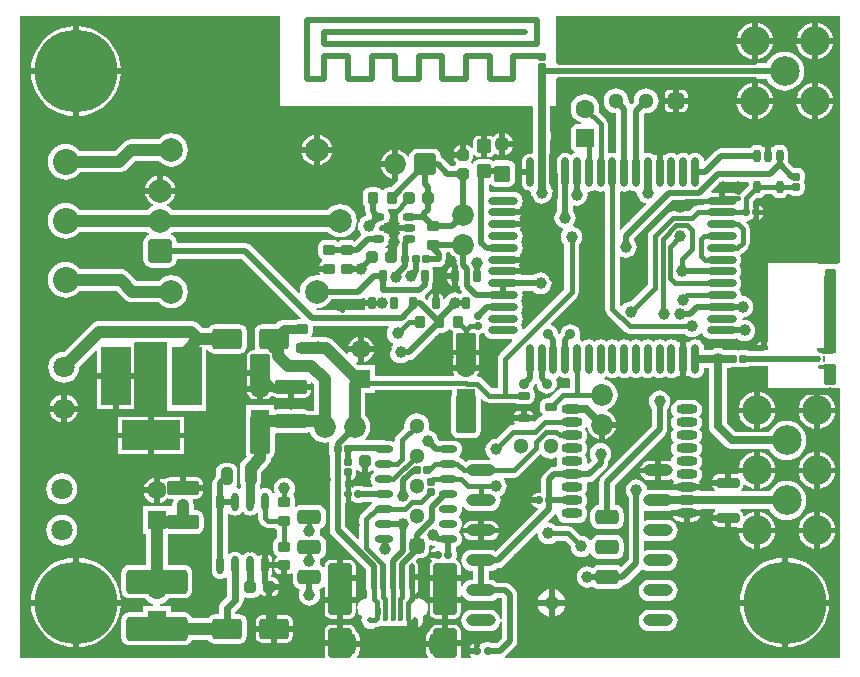
<source format=gtl>
%FSLAX44Y44*%
%MOMM*%
G71*
G01*
G75*
G04 Layer_Physical_Order=1*
G04 Layer_Color=191*
G04:AMPARAMS|DCode=10|XSize=0.67mm|YSize=0.67mm|CornerRadius=0.1508mm|HoleSize=0mm|Usage=FLASHONLY|Rotation=90.000|XOffset=0mm|YOffset=0mm|HoleType=Round|Shape=RoundedRectangle|*
%AMROUNDEDRECTD10*
21,1,0.6700,0.3685,0,0,90.0*
21,1,0.3685,0.6700,0,0,90.0*
1,1,0.3015,0.1843,0.1843*
1,1,0.3015,0.1843,-0.1843*
1,1,0.3015,-0.1843,-0.1843*
1,1,0.3015,-0.1843,0.1843*
%
%ADD10ROUNDEDRECTD10*%
G04:AMPARAMS|DCode=11|XSize=0.67mm|YSize=0.67mm|CornerRadius=0.1508mm|HoleSize=0mm|Usage=FLASHONLY|Rotation=180.000|XOffset=0mm|YOffset=0mm|HoleType=Round|Shape=RoundedRectangle|*
%AMROUNDEDRECTD11*
21,1,0.6700,0.3685,0,0,180.0*
21,1,0.3685,0.6700,0,0,180.0*
1,1,0.3015,-0.1843,0.1843*
1,1,0.3015,0.1843,0.1843*
1,1,0.3015,0.1843,-0.1843*
1,1,0.3015,-0.1843,-0.1843*
%
%ADD11ROUNDEDRECTD11*%
G04:AMPARAMS|DCode=12|XSize=1.1mm|YSize=0.6mm|CornerRadius=0.201mm|HoleSize=0mm|Usage=FLASHONLY|Rotation=270.000|XOffset=0mm|YOffset=0mm|HoleType=Round|Shape=RoundedRectangle|*
%AMROUNDEDRECTD12*
21,1,1.1000,0.1980,0,0,270.0*
21,1,0.6980,0.6000,0,0,270.0*
1,1,0.4020,-0.0990,-0.3490*
1,1,0.4020,-0.0990,0.3490*
1,1,0.4020,0.0990,0.3490*
1,1,0.4020,0.0990,-0.3490*
%
%ADD12ROUNDEDRECTD12*%
G04:AMPARAMS|DCode=13|XSize=2.5mm|YSize=2mm|CornerRadius=0.25mm|HoleSize=0mm|Usage=FLASHONLY|Rotation=270.000|XOffset=0mm|YOffset=0mm|HoleType=Round|Shape=RoundedRectangle|*
%AMROUNDEDRECTD13*
21,1,2.5000,1.5000,0,0,270.0*
21,1,2.0000,2.0000,0,0,270.0*
1,1,0.5000,-0.7500,-1.0000*
1,1,0.5000,-0.7500,1.0000*
1,1,0.5000,0.7500,1.0000*
1,1,0.5000,0.7500,-1.0000*
%
%ADD13ROUNDEDRECTD13*%
G04:AMPARAMS|DCode=14|XSize=2.7mm|YSize=1.2mm|CornerRadius=0.21mm|HoleSize=0mm|Usage=FLASHONLY|Rotation=0.000|XOffset=0mm|YOffset=0mm|HoleType=Round|Shape=RoundedRectangle|*
%AMROUNDEDRECTD14*
21,1,2.7000,0.7800,0,0,0.0*
21,1,2.2800,1.2000,0,0,0.0*
1,1,0.4200,1.1400,-0.3900*
1,1,0.4200,-1.1400,-0.3900*
1,1,0.4200,-1.1400,0.3900*
1,1,0.4200,1.1400,0.3900*
%
%ADD14ROUNDEDRECTD14*%
G04:AMPARAMS|DCode=15|XSize=1.05mm|YSize=0.65mm|CornerRadius=0.2015mm|HoleSize=0mm|Usage=FLASHONLY|Rotation=90.000|XOffset=0mm|YOffset=0mm|HoleType=Round|Shape=RoundedRectangle|*
%AMROUNDEDRECTD15*
21,1,1.0500,0.2470,0,0,90.0*
21,1,0.6470,0.6500,0,0,90.0*
1,1,0.4030,0.1235,0.3235*
1,1,0.4030,0.1235,-0.3235*
1,1,0.4030,-0.1235,-0.3235*
1,1,0.4030,-0.1235,0.3235*
%
%ADD15ROUNDEDRECTD15*%
G04:AMPARAMS|DCode=16|XSize=2.5mm|YSize=2mm|CornerRadius=0.2mm|HoleSize=0mm|Usage=FLASHONLY|Rotation=90.000|XOffset=0mm|YOffset=0mm|HoleType=Round|Shape=RoundedRectangle|*
%AMROUNDEDRECTD16*
21,1,2.5000,1.6000,0,0,90.0*
21,1,2.1000,2.0000,0,0,90.0*
1,1,0.4000,0.8000,1.0500*
1,1,0.4000,0.8000,-1.0500*
1,1,0.4000,-0.8000,-1.0500*
1,1,0.4000,-0.8000,1.0500*
%
%ADD16ROUNDEDRECTD16*%
G04:AMPARAMS|DCode=17|XSize=2.3mm|YSize=0.5mm|CornerRadius=0.2mm|HoleSize=0mm|Usage=FLASHONLY|Rotation=90.000|XOffset=0mm|YOffset=0mm|HoleType=Round|Shape=RoundedRectangle|*
%AMROUNDEDRECTD17*
21,1,2.3000,0.1000,0,0,90.0*
21,1,1.9000,0.5000,0,0,90.0*
1,1,0.4000,0.0500,0.9500*
1,1,0.4000,0.0500,-0.9500*
1,1,0.4000,-0.0500,-0.9500*
1,1,0.4000,-0.0500,0.9500*
%
%ADD17ROUNDEDRECTD17*%
G04:AMPARAMS|DCode=18|XSize=1.1mm|YSize=0.6mm|CornerRadius=0.201mm|HoleSize=0mm|Usage=FLASHONLY|Rotation=180.000|XOffset=0mm|YOffset=0mm|HoleType=Round|Shape=RoundedRectangle|*
%AMROUNDEDRECTD18*
21,1,1.1000,0.1980,0,0,180.0*
21,1,0.6980,0.6000,0,0,180.0*
1,1,0.4020,-0.3490,0.0990*
1,1,0.4020,0.3490,0.0990*
1,1,0.4020,0.3490,-0.0990*
1,1,0.4020,-0.3490,-0.0990*
%
%ADD18ROUNDEDRECTD18*%
G04:AMPARAMS|DCode=19|XSize=1mm|YSize=0.95mm|CornerRadius=0.1995mm|HoleSize=0mm|Usage=FLASHONLY|Rotation=270.000|XOffset=0mm|YOffset=0mm|HoleType=Round|Shape=RoundedRectangle|*
%AMROUNDEDRECTD19*
21,1,1.0000,0.5510,0,0,270.0*
21,1,0.6010,0.9500,0,0,270.0*
1,1,0.3990,-0.2755,-0.3005*
1,1,0.3990,-0.2755,0.3005*
1,1,0.3990,0.2755,0.3005*
1,1,0.3990,0.2755,-0.3005*
%
%ADD19ROUNDEDRECTD19*%
%ADD20R,0.4000X1.4000*%
G04:AMPARAMS|DCode=21|XSize=1.8mm|YSize=1.9mm|CornerRadius=0.45mm|HoleSize=0mm|Usage=FLASHONLY|Rotation=0.000|XOffset=0mm|YOffset=0mm|HoleType=Round|Shape=RoundedRectangle|*
%AMROUNDEDRECTD21*
21,1,1.8000,1.0000,0,0,0.0*
21,1,0.9000,1.9000,0,0,0.0*
1,1,0.9000,0.4500,-0.5000*
1,1,0.9000,-0.4500,-0.5000*
1,1,0.9000,-0.4500,0.5000*
1,1,0.9000,0.4500,0.5000*
%
%ADD21ROUNDEDRECTD21*%
G04:AMPARAMS|DCode=22|XSize=0.7mm|YSize=1mm|CornerRadius=0.175mm|HoleSize=0mm|Usage=FLASHONLY|Rotation=180.000|XOffset=0mm|YOffset=0mm|HoleType=Round|Shape=RoundedRectangle|*
%AMROUNDEDRECTD22*
21,1,0.7000,0.6500,0,0,180.0*
21,1,0.3500,1.0000,0,0,180.0*
1,1,0.3500,-0.1750,0.3250*
1,1,0.3500,0.1750,0.3250*
1,1,0.3500,0.1750,-0.3250*
1,1,0.3500,-0.1750,-0.3250*
%
%ADD22ROUNDEDRECTD22*%
G04:AMPARAMS|DCode=23|XSize=0.8mm|YSize=2mm|CornerRadius=0.2mm|HoleSize=0mm|Usage=FLASHONLY|Rotation=180.000|XOffset=0mm|YOffset=0mm|HoleType=Round|Shape=RoundedRectangle|*
%AMROUNDEDRECTD23*
21,1,0.8000,1.6000,0,0,180.0*
21,1,0.4000,2.0000,0,0,180.0*
1,1,0.4000,-0.2000,0.8000*
1,1,0.4000,0.2000,0.8000*
1,1,0.4000,0.2000,-0.8000*
1,1,0.4000,-0.2000,-0.8000*
%
%ADD23ROUNDEDRECTD23*%
G04:AMPARAMS|DCode=24|XSize=1mm|YSize=0.9mm|CornerRadius=0.198mm|HoleSize=0mm|Usage=FLASHONLY|Rotation=180.000|XOffset=0mm|YOffset=0mm|HoleType=Round|Shape=RoundedRectangle|*
%AMROUNDEDRECTD24*
21,1,1.0000,0.5040,0,0,180.0*
21,1,0.6040,0.9000,0,0,180.0*
1,1,0.3960,-0.3020,0.2520*
1,1,0.3960,0.3020,0.2520*
1,1,0.3960,0.3020,-0.2520*
1,1,0.3960,-0.3020,-0.2520*
%
%ADD24ROUNDEDRECTD24*%
G04:AMPARAMS|DCode=25|XSize=1.05mm|YSize=0.65mm|CornerRadius=0.2015mm|HoleSize=0mm|Usage=FLASHONLY|Rotation=0.000|XOffset=0mm|YOffset=0mm|HoleType=Round|Shape=RoundedRectangle|*
%AMROUNDEDRECTD25*
21,1,1.0500,0.2470,0,0,0.0*
21,1,0.6470,0.6500,0,0,0.0*
1,1,0.4030,0.3235,-0.1235*
1,1,0.4030,-0.3235,-0.1235*
1,1,0.4030,-0.3235,0.1235*
1,1,0.4030,0.3235,0.1235*
%
%ADD25ROUNDEDRECTD25*%
G04:AMPARAMS|DCode=26|XSize=2.5mm|YSize=1.7mm|CornerRadius=0.204mm|HoleSize=0mm|Usage=FLASHONLY|Rotation=0.000|XOffset=0mm|YOffset=0mm|HoleType=Round|Shape=RoundedRectangle|*
%AMROUNDEDRECTD26*
21,1,2.5000,1.2920,0,0,0.0*
21,1,2.0920,1.7000,0,0,0.0*
1,1,0.4080,1.0460,-0.6460*
1,1,0.4080,-1.0460,-0.6460*
1,1,0.4080,-1.0460,0.6460*
1,1,0.4080,1.0460,0.6460*
%
%ADD26ROUNDEDRECTD26*%
G04:AMPARAMS|DCode=27|XSize=5.2mm|YSize=2mm|CornerRadius=0.25mm|HoleSize=0mm|Usage=FLASHONLY|Rotation=180.000|XOffset=0mm|YOffset=0mm|HoleType=Round|Shape=RoundedRectangle|*
%AMROUNDEDRECTD27*
21,1,5.2000,1.5000,0,0,180.0*
21,1,4.7000,2.0000,0,0,180.0*
1,1,0.5000,-2.3500,0.7500*
1,1,0.5000,2.3500,0.7500*
1,1,0.5000,2.3500,-0.7500*
1,1,0.5000,-2.3500,-0.7500*
%
%ADD27ROUNDEDRECTD27*%
G04:AMPARAMS|DCode=28|XSize=0.65mm|YSize=0.35mm|CornerRadius=0.0735mm|HoleSize=0mm|Usage=FLASHONLY|Rotation=0.000|XOffset=0mm|YOffset=0mm|HoleType=Round|Shape=RoundedRectangle|*
%AMROUNDEDRECTD28*
21,1,0.6500,0.2030,0,0,0.0*
21,1,0.5030,0.3500,0,0,0.0*
1,1,0.1470,0.2515,-0.1015*
1,1,0.1470,-0.2515,-0.1015*
1,1,0.1470,-0.2515,0.1015*
1,1,0.1470,0.2515,0.1015*
%
%ADD28ROUNDEDRECTD28*%
G04:AMPARAMS|DCode=29|XSize=0.62mm|YSize=0.62mm|CornerRadius=0.1488mm|HoleSize=0mm|Usage=FLASHONLY|Rotation=0.000|XOffset=0mm|YOffset=0mm|HoleType=Round|Shape=RoundedRectangle|*
%AMROUNDEDRECTD29*
21,1,0.6200,0.3224,0,0,0.0*
21,1,0.3224,0.6200,0,0,0.0*
1,1,0.2976,0.1612,-0.1612*
1,1,0.2976,-0.1612,-0.1612*
1,1,0.2976,-0.1612,0.1612*
1,1,0.2976,0.1612,0.1612*
%
%ADD29ROUNDEDRECTD29*%
G04:AMPARAMS|DCode=30|XSize=0.3mm|YSize=0.25mm|CornerRadius=0.0525mm|HoleSize=0mm|Usage=FLASHONLY|Rotation=0.000|XOffset=0mm|YOffset=0mm|HoleType=Round|Shape=RoundedRectangle|*
%AMROUNDEDRECTD30*
21,1,0.3000,0.1450,0,0,0.0*
21,1,0.1950,0.2500,0,0,0.0*
1,1,0.1050,0.0975,-0.0725*
1,1,0.1050,-0.0975,-0.0725*
1,1,0.1050,-0.0975,0.0725*
1,1,0.1050,0.0975,0.0725*
%
%ADD30ROUNDEDRECTD30*%
%ADD31O,1.5500X0.6000*%
G04:AMPARAMS|DCode=32|XSize=0.62mm|YSize=0.62mm|CornerRadius=0.1488mm|HoleSize=0mm|Usage=FLASHONLY|Rotation=270.000|XOffset=0mm|YOffset=0mm|HoleType=Round|Shape=RoundedRectangle|*
%AMROUNDEDRECTD32*
21,1,0.6200,0.3224,0,0,270.0*
21,1,0.3224,0.6200,0,0,270.0*
1,1,0.2976,-0.1612,-0.1612*
1,1,0.2976,-0.1612,0.1612*
1,1,0.2976,0.1612,0.1612*
1,1,0.2976,0.1612,-0.1612*
%
%ADD32ROUNDEDRECTD32*%
G04:AMPARAMS|DCode=33|XSize=1mm|YSize=0.95mm|CornerRadius=0.1995mm|HoleSize=0mm|Usage=FLASHONLY|Rotation=0.000|XOffset=0mm|YOffset=0mm|HoleType=Round|Shape=RoundedRectangle|*
%AMROUNDEDRECTD33*
21,1,1.0000,0.5510,0,0,0.0*
21,1,0.6010,0.9500,0,0,0.0*
1,1,0.3990,0.3005,-0.2755*
1,1,0.3990,-0.3005,-0.2755*
1,1,0.3990,-0.3005,0.2755*
1,1,0.3990,0.3005,0.2755*
%
%ADD33ROUNDEDRECTD33*%
%ADD34O,0.6000X1.5500*%
G04:AMPARAMS|DCode=35|XSize=3.3mm|YSize=1.65mm|CornerRadius=0.198mm|HoleSize=0mm|Usage=FLASHONLY|Rotation=90.000|XOffset=0mm|YOffset=0mm|HoleType=Round|Shape=RoundedRectangle|*
%AMROUNDEDRECTD35*
21,1,3.3000,1.2540,0,0,90.0*
21,1,2.9040,1.6500,0,0,90.0*
1,1,0.3960,0.6270,1.4520*
1,1,0.3960,0.6270,-1.4520*
1,1,0.3960,-0.6270,-1.4520*
1,1,0.3960,-0.6270,1.4520*
%
%ADD35ROUNDEDRECTD35*%
G04:AMPARAMS|DCode=36|XSize=1mm|YSize=0.9mm|CornerRadius=0.198mm|HoleSize=0mm|Usage=FLASHONLY|Rotation=270.000|XOffset=0mm|YOffset=0mm|HoleType=Round|Shape=RoundedRectangle|*
%AMROUNDEDRECTD36*
21,1,1.0000,0.5040,0,0,270.0*
21,1,0.6040,0.9000,0,0,270.0*
1,1,0.3960,-0.2520,-0.3020*
1,1,0.3960,-0.2520,0.3020*
1,1,0.3960,0.2520,0.3020*
1,1,0.3960,0.2520,-0.3020*
%
%ADD36ROUNDEDRECTD36*%
G04:AMPARAMS|DCode=37|XSize=1.2mm|YSize=2mm|CornerRadius=0.3mm|HoleSize=0mm|Usage=FLASHONLY|Rotation=90.000|XOffset=0mm|YOffset=0mm|HoleType=Round|Shape=RoundedRectangle|*
%AMROUNDEDRECTD37*
21,1,1.2000,1.4000,0,0,90.0*
21,1,0.6000,2.0000,0,0,90.0*
1,1,0.6000,0.7000,0.3000*
1,1,0.6000,0.7000,-0.3000*
1,1,0.6000,-0.7000,-0.3000*
1,1,0.6000,-0.7000,0.3000*
%
%ADD37ROUNDEDRECTD37*%
G04:AMPARAMS|DCode=38|XSize=1.2mm|YSize=1.2mm|CornerRadius=0.198mm|HoleSize=0mm|Usage=FLASHONLY|Rotation=90.000|XOffset=0mm|YOffset=0mm|HoleType=Round|Shape=RoundedRectangle|*
%AMROUNDEDRECTD38*
21,1,1.2000,0.8040,0,0,90.0*
21,1,0.8040,1.2000,0,0,90.0*
1,1,0.3960,0.4020,0.4020*
1,1,0.3960,0.4020,-0.4020*
1,1,0.3960,-0.4020,-0.4020*
1,1,0.3960,-0.4020,0.4020*
%
%ADD38ROUNDEDRECTD38*%
G04:AMPARAMS|DCode=39|XSize=1.45mm|YSize=0.95mm|CornerRadius=0.1995mm|HoleSize=0mm|Usage=FLASHONLY|Rotation=90.000|XOffset=0mm|YOffset=0mm|HoleType=Round|Shape=RoundedRectangle|*
%AMROUNDEDRECTD39*
21,1,1.4500,0.5510,0,0,90.0*
21,1,1.0510,0.9500,0,0,90.0*
1,1,0.3990,0.2755,0.5255*
1,1,0.3990,0.2755,-0.5255*
1,1,0.3990,-0.2755,-0.5255*
1,1,0.3990,-0.2755,0.5255*
%
%ADD39ROUNDEDRECTD39*%
G04:AMPARAMS|DCode=40|XSize=0.3mm|YSize=0.65mm|CornerRadius=0.0495mm|HoleSize=0mm|Usage=FLASHONLY|Rotation=90.000|XOffset=0mm|YOffset=0mm|HoleType=Round|Shape=RoundedRectangle|*
%AMROUNDEDRECTD40*
21,1,0.3000,0.5510,0,0,90.0*
21,1,0.2010,0.6500,0,0,90.0*
1,1,0.0990,0.2755,0.1005*
1,1,0.0990,0.2755,-0.1005*
1,1,0.0990,-0.2755,-0.1005*
1,1,0.0990,-0.2755,0.1005*
%
%ADD40ROUNDEDRECTD40*%
G04:AMPARAMS|DCode=41|XSize=0.5mm|YSize=0.21mm|CornerRadius=0.0347mm|HoleSize=0mm|Usage=FLASHONLY|Rotation=90.000|XOffset=0mm|YOffset=0mm|HoleType=Round|Shape=RoundedRectangle|*
%AMROUNDEDRECTD41*
21,1,0.5000,0.1407,0,0,90.0*
21,1,0.4307,0.2100,0,0,90.0*
1,1,0.0693,0.0704,0.2154*
1,1,0.0693,0.0704,-0.2154*
1,1,0.0693,-0.0704,-0.2154*
1,1,0.0693,-0.0704,0.2154*
%
%ADD41ROUNDEDRECTD41*%
G04:AMPARAMS|DCode=42|XSize=0.7mm|YSize=1.5mm|CornerRadius=0.175mm|HoleSize=0mm|Usage=FLASHONLY|Rotation=0.000|XOffset=0mm|YOffset=0mm|HoleType=Round|Shape=RoundedRectangle|*
%AMROUNDEDRECTD42*
21,1,0.7000,1.1500,0,0,0.0*
21,1,0.3500,1.5000,0,0,0.0*
1,1,0.3500,0.1750,-0.5750*
1,1,0.3500,-0.1750,-0.5750*
1,1,0.3500,-0.1750,0.5750*
1,1,0.3500,0.1750,0.5750*
%
%ADD42ROUNDEDRECTD42*%
%ADD43O,2.5000X0.5000*%
%ADD44O,0.5000X2.5000*%
%ADD45O,1.8000X0.8000*%
%ADD46O,2.5000X1.0000*%
G04:AMPARAMS|DCode=47|XSize=0.8mm|YSize=2mm|CornerRadius=0.2mm|HoleSize=0mm|Usage=FLASHONLY|Rotation=270.000|XOffset=0mm|YOffset=0mm|HoleType=Round|Shape=RoundedRectangle|*
%AMROUNDEDRECTD47*
21,1,0.8000,1.6000,0,0,270.0*
21,1,0.4000,2.0000,0,0,270.0*
1,1,0.4000,-0.8000,-0.2000*
1,1,0.4000,-0.8000,0.2000*
1,1,0.4000,0.8000,0.2000*
1,1,0.4000,0.8000,-0.2000*
%
%ADD47ROUNDEDRECTD47*%
G04:AMPARAMS|DCode=48|XSize=0.7mm|YSize=1mm|CornerRadius=0.175mm|HoleSize=0mm|Usage=FLASHONLY|Rotation=90.000|XOffset=0mm|YOffset=0mm|HoleType=Round|Shape=RoundedRectangle|*
%AMROUNDEDRECTD48*
21,1,0.7000,0.6500,0,0,90.0*
21,1,0.3500,1.0000,0,0,90.0*
1,1,0.3500,0.3250,0.1750*
1,1,0.3500,0.3250,-0.1750*
1,1,0.3500,-0.3250,-0.1750*
1,1,0.3500,-0.3250,0.1750*
%
%ADD48ROUNDEDRECTD48*%
%ADD49O,0.7000X2.5000*%
%ADD50O,2.5000X0.7000*%
%ADD51C,0.5000*%
%ADD52C,0.4000*%
%ADD53C,0.7000*%
%ADD54C,0.2500*%
%ADD55C,0.2000*%
%ADD56C,0.3000*%
%ADD57C,1.0000*%
%ADD58C,0.6000*%
%ADD59C,0.8000*%
%ADD60C,0.9000*%
%ADD61C,1.8000*%
G04:AMPARAMS|DCode=62|XSize=1.3mm|YSize=1.3mm|CornerRadius=0.1625mm|HoleSize=0mm|Usage=FLASHONLY|Rotation=0.000|XOffset=0mm|YOffset=0mm|HoleType=Round|Shape=RoundedRectangle|*
%AMROUNDEDRECTD62*
21,1,1.3000,0.9750,0,0,0.0*
21,1,0.9750,1.3000,0,0,0.0*
1,1,0.3250,0.4875,-0.4875*
1,1,0.3250,-0.4875,-0.4875*
1,1,0.3250,-0.4875,0.4875*
1,1,0.3250,0.4875,0.4875*
%
%ADD62ROUNDEDRECTD62*%
%ADD63C,1.3000*%
%ADD64C,7.0000*%
%ADD65C,0.1000*%
%ADD66C,0.5000*%
G04:AMPARAMS|DCode=67|XSize=2mm|YSize=2mm|CornerRadius=0.25mm|HoleSize=0mm|Usage=FLASHONLY|Rotation=90.000|XOffset=0mm|YOffset=0mm|HoleType=Round|Shape=RoundedRectangle|*
%AMROUNDEDRECTD67*
21,1,2.0000,1.5000,0,0,90.0*
21,1,1.5000,2.0000,0,0,90.0*
1,1,0.5000,0.7500,0.7500*
1,1,0.5000,0.7500,-0.7500*
1,1,0.5000,-0.7500,-0.7500*
1,1,0.5000,-0.7500,0.7500*
%
%ADD67ROUNDEDRECTD67*%
%ADD68C,2.0000*%
%ADD69C,2.5000*%
G04:AMPARAMS|DCode=70|XSize=1.85mm|YSize=1.85mm|CornerRadius=0.2313mm|HoleSize=0mm|Usage=FLASHONLY|Rotation=0.000|XOffset=0mm|YOffset=0mm|HoleType=Round|Shape=RoundedRectangle|*
%AMROUNDEDRECTD70*
21,1,1.8500,1.3875,0,0,0.0*
21,1,1.3875,1.8500,0,0,0.0*
1,1,0.4625,0.6937,-0.6937*
1,1,0.4625,-0.6937,-0.6937*
1,1,0.4625,-0.6937,0.6937*
1,1,0.4625,0.6937,0.6937*
%
%ADD70ROUNDEDRECTD70*%
%ADD71C,1.8500*%
%ADD72C,1.6000*%
%ADD73R,1.6000X1.6000*%
G04:AMPARAMS|DCode=74|XSize=1.3mm|YSize=1.3mm|CornerRadius=0.325mm|HoleSize=0mm|Usage=FLASHONLY|Rotation=90.000|XOffset=0mm|YOffset=0mm|HoleType=Round|Shape=RoundedRectangle|*
%AMROUNDEDRECTD74*
21,1,1.3000,0.6500,0,0,90.0*
21,1,0.6500,1.3000,0,0,90.0*
1,1,0.6500,0.3250,0.3250*
1,1,0.6500,0.3250,-0.3250*
1,1,0.6500,-0.3250,-0.3250*
1,1,0.6500,-0.3250,0.3250*
%
%ADD74ROUNDEDRECTD74*%
%ADD75R,2.5000X5.0000*%
%ADD76R,5.0000X2.5000*%
G04:AMPARAMS|DCode=77|XSize=1mm|YSize=1mm|CornerRadius=0.25mm|HoleSize=0mm|Usage=FLASHONLY|Rotation=0.000|XOffset=0mm|YOffset=0mm|HoleType=Round|Shape=RoundedRectangle|*
%AMROUNDEDRECTD77*
21,1,1.0000,0.5000,0,0,0.0*
21,1,0.5000,1.0000,0,0,0.0*
1,1,0.5000,0.2500,-0.2500*
1,1,0.5000,-0.2500,-0.2500*
1,1,0.5000,-0.2500,0.2500*
1,1,0.5000,0.2500,0.2500*
%
%ADD77ROUNDEDRECTD77*%
%ADD78C,2.2000*%
G04:AMPARAMS|DCode=79|XSize=1.6mm|YSize=1.6mm|CornerRadius=0.2mm|HoleSize=0mm|Usage=FLASHONLY|Rotation=90.000|XOffset=0mm|YOffset=0mm|HoleType=Round|Shape=RoundedRectangle|*
%AMROUNDEDRECTD79*
21,1,1.6000,1.2000,0,0,90.0*
21,1,1.2000,1.6000,0,0,90.0*
1,1,0.4000,0.6000,0.6000*
1,1,0.4000,0.6000,-0.6000*
1,1,0.4000,-0.6000,-0.6000*
1,1,0.4000,-0.6000,0.6000*
%
%ADD79ROUNDEDRECTD79*%
G04:AMPARAMS|DCode=80|XSize=1.4mm|YSize=1.4mm|CornerRadius=0.175mm|HoleSize=0mm|Usage=FLASHONLY|Rotation=90.000|XOffset=0mm|YOffset=0mm|HoleType=Round|Shape=RoundedRectangle|*
%AMROUNDEDRECTD80*
21,1,1.4000,1.0500,0,0,90.0*
21,1,1.0500,1.4000,0,0,90.0*
1,1,0.3500,0.5250,0.5250*
1,1,0.3500,0.5250,-0.5250*
1,1,0.3500,-0.5250,-0.5250*
1,1,0.3500,-0.5250,0.5250*
%
%ADD80ROUNDEDRECTD80*%
%ADD81C,1.0000*%
%ADD82C,0.6000*%
G36*
X366425Y346368D02*
X368549Y343600D01*
X371316Y341476D01*
X371443Y341424D01*
Y335601D01*
X370782Y334848D01*
X369515D01*
X367558Y334459D01*
X365899Y333351D01*
X364791Y331692D01*
X364402Y329735D01*
Y329000D01*
X370750D01*
Y326500D01*
X373250D01*
Y318403D01*
X373524Y318458D01*
X373832Y318383D01*
X374586Y317903D01*
X374863Y317629D01*
X375017Y316453D01*
X375289Y315798D01*
X375672Y314872D01*
X376587Y313680D01*
X376613Y313266D01*
X376599Y313145D01*
X376286Y312146D01*
X375141Y311381D01*
X372999Y312268D01*
X370650Y312578D01*
X368301Y312268D01*
X366111Y311362D01*
X364231Y309919D01*
X362789Y308039D01*
X362337Y306949D01*
X361025Y307101D01*
X360709Y308692D01*
X359601Y310351D01*
X357942Y311459D01*
X357250Y311597D01*
Y303500D01*
X352250D01*
Y311597D01*
X351558Y311459D01*
X349899Y310351D01*
X348791Y308692D01*
X348484Y307150D01*
X347231Y306607D01*
X345802Y308036D01*
X345396Y308348D01*
X345293Y309771D01*
X345381Y309960D01*
X349886Y314464D01*
X350928Y315822D01*
X351311Y316748D01*
X351583Y317403D01*
X351806Y319100D01*
Y320402D01*
X352151Y320918D01*
X352618Y323265D01*
Y329735D01*
X352151Y332082D01*
X351755Y332674D01*
X352434Y333944D01*
X357000D01*
X358697Y334167D01*
X360278Y334822D01*
X361636Y335864D01*
X362678Y337222D01*
X363333Y338803D01*
X363556Y340500D01*
Y345400D01*
X363538Y345539D01*
X364375Y346494D01*
X366373D01*
X366425Y346368D01*
D02*
G37*
G36*
X222600Y470481D02*
X435737Y470481D01*
X436635Y469583D01*
Y448991D01*
X436587Y448750D01*
Y442250D01*
X436635Y442009D01*
Y430661D01*
X435365Y429802D01*
X434200Y429956D01*
X432503Y429733D01*
X430922Y429077D01*
X429564Y428036D01*
X428522Y426678D01*
X427867Y425097D01*
X427644Y423400D01*
Y416900D01*
X434200D01*
Y411900D01*
X427644D01*
Y405400D01*
X427867Y403703D01*
X428522Y402122D01*
X429564Y400764D01*
X430922Y399722D01*
X432503Y399067D01*
X434099Y398857D01*
X434510Y398720D01*
X435263Y397967D01*
X435122Y396900D01*
X435432Y394551D01*
X436339Y392361D01*
X437781Y390481D01*
X439661Y389039D01*
X441851Y388132D01*
X444200Y387822D01*
X446549Y388132D01*
X448739Y389039D01*
X450619Y390481D01*
X452062Y392361D01*
X452968Y394551D01*
X453278Y396900D01*
X453137Y397967D01*
X453889Y398719D01*
X454301Y398857D01*
X455897Y399067D01*
X456274Y399223D01*
X457544Y398375D01*
Y381940D01*
X456239Y380239D01*
X455332Y378050D01*
X455022Y375700D01*
X455332Y373350D01*
X456239Y371161D01*
X457681Y369281D01*
X459561Y367839D01*
X461750Y366932D01*
X462292Y366860D01*
X462793Y365513D01*
X461739Y364139D01*
X460832Y361950D01*
X460522Y359600D01*
X460832Y357251D01*
X461739Y355061D01*
X463181Y353181D01*
X463483Y352950D01*
Y315434D01*
X429418Y281369D01*
X428077Y281825D01*
X428007Y282358D01*
X427251Y284182D01*
X426317Y285400D01*
X427251Y286617D01*
X428007Y288442D01*
X428265Y290400D01*
X428007Y292358D01*
X427251Y294182D01*
X426317Y295400D01*
X427251Y296617D01*
X428007Y298442D01*
X428265Y300400D01*
X428007Y302358D01*
X427251Y304182D01*
X426317Y305400D01*
X427251Y306617D01*
X428007Y308442D01*
X428265Y310400D01*
X428007Y312358D01*
X427829Y312788D01*
X428534Y313844D01*
X437360D01*
X439061Y312539D01*
X441250Y311632D01*
X443600Y311322D01*
X445950Y311632D01*
X448139Y312539D01*
X450019Y313981D01*
X451461Y315861D01*
X452368Y318050D01*
X452678Y320400D01*
X452368Y322749D01*
X451461Y324939D01*
X450019Y326819D01*
X448139Y328261D01*
X445950Y329168D01*
X443600Y329478D01*
X441250Y329168D01*
X439061Y328261D01*
X437360Y326956D01*
X427683D01*
X427053Y327900D01*
X421195D01*
X420700Y327965D01*
X411700D01*
Y332900D01*
X426700D01*
X426378Y333678D01*
X425336Y335036D01*
Y335764D01*
X426378Y337122D01*
X426700Y337900D01*
X411700D01*
Y342835D01*
X420700D01*
X421195Y342900D01*
X426700D01*
X426378Y343678D01*
X425943Y344244D01*
X426049Y345051D01*
X427251Y346617D01*
X428007Y348442D01*
X428265Y350400D01*
X428007Y352358D01*
X427251Y354182D01*
X426317Y355400D01*
X427251Y356617D01*
X428007Y358442D01*
X428265Y360400D01*
X428007Y362358D01*
X427251Y364182D01*
X426049Y365749D01*
X425943Y366555D01*
X426378Y367122D01*
X426700Y367900D01*
X421195D01*
X420700Y367965D01*
X411700D01*
Y372900D01*
X426700D01*
X426378Y373678D01*
X425757Y374487D01*
X425456Y375400D01*
X425757Y376313D01*
X426378Y377122D01*
X426700Y377900D01*
X411700D01*
Y382835D01*
X420700D01*
X421195Y382900D01*
X426700D01*
X426378Y383678D01*
X425943Y384244D01*
X426049Y385051D01*
X427251Y386617D01*
X428007Y388442D01*
X428265Y390400D01*
X428007Y392358D01*
X427251Y394182D01*
X426049Y395749D01*
X424482Y396951D01*
X422658Y397707D01*
X420700Y397965D01*
X402700D01*
X401126Y397757D01*
X399856Y398550D01*
Y403736D01*
X401126Y404121D01*
X401304Y403854D01*
X403206Y402584D01*
X405450Y402137D01*
X415950D01*
X418193Y402584D01*
X420095Y403854D01*
X421366Y405756D01*
X421812Y408000D01*
Y418500D01*
X421366Y420743D01*
X420095Y422645D01*
X418193Y423916D01*
X415950Y424363D01*
X405450D01*
X403302Y423935D01*
X401853Y424903D01*
X399520Y425367D01*
X391480D01*
X389147Y424903D01*
X387169Y423581D01*
X385847Y421603D01*
X384971Y421827D01*
X384606Y422894D01*
X385710Y424546D01*
X386098Y426495D01*
Y429035D01*
X387368Y429421D01*
X387890Y428640D01*
X389537Y427539D01*
X391480Y427152D01*
X393000D01*
Y436250D01*
Y445348D01*
X391480D01*
X389537Y444961D01*
X387890Y443860D01*
X386789Y442213D01*
X386403Y440270D01*
Y435204D01*
X385132Y434819D01*
X384606Y435606D01*
X382954Y436710D01*
X381005Y437098D01*
X380500D01*
Y429250D01*
X378000D01*
Y426750D01*
X369902D01*
Y426495D01*
X370290Y424546D01*
X371394Y422894D01*
X371811Y422615D01*
X371811Y421088D01*
X370673Y420327D01*
X370325Y419806D01*
X367266D01*
X361436Y425636D01*
X360078Y426678D01*
X359152Y427061D01*
X359074Y427094D01*
Y427938D01*
X358584Y430401D01*
X357188Y432489D01*
X355101Y433884D01*
X352637Y434374D01*
X338763D01*
X336300Y433884D01*
X334211Y432489D01*
X332816Y430401D01*
X332326Y427938D01*
Y427295D01*
X331056Y427043D01*
X331000Y427178D01*
X329037Y429737D01*
X326478Y431700D01*
X323498Y432935D01*
X322800Y433027D01*
Y421000D01*
Y408490D01*
X323169Y407741D01*
X317045Y401617D01*
X314980D01*
X312647Y401153D01*
X310669Y399831D01*
X310135Y399033D01*
X308865D01*
X308331Y399831D01*
X306353Y401153D01*
X304020Y401617D01*
X298980D01*
X296647Y401153D01*
X294669Y399831D01*
X293347Y397853D01*
X292883Y395520D01*
Y389480D01*
X293347Y387147D01*
X294669Y385169D01*
X294944Y384985D01*
Y381250D01*
X295167Y379553D01*
X295439Y378898D01*
X295620Y377843D01*
X294785Y377310D01*
X293461Y376762D01*
X291581Y375319D01*
X290138Y373439D01*
X289232Y371250D01*
X288922Y368900D01*
X289232Y366550D01*
X290138Y364361D01*
X291581Y362481D01*
X291663Y361235D01*
X286109Y355681D01*
X284653Y356653D01*
X282320Y357117D01*
X276280D01*
X273947Y356653D01*
X271969Y355331D01*
X271631D01*
X269653Y356653D01*
X267320Y357117D01*
X261280D01*
X258947Y356653D01*
X256969Y355331D01*
X255647Y353353D01*
X255183Y351020D01*
Y345980D01*
X255647Y343647D01*
X256969Y341669D01*
X258475Y340662D01*
X258595Y339292D01*
X258562Y339193D01*
X257690Y338610D01*
X256589Y336963D01*
X256203Y335020D01*
Y335000D01*
X264300D01*
Y330000D01*
X256203D01*
Y329980D01*
X256540Y328284D01*
X255804Y327100D01*
X253750Y327371D01*
X250095Y326890D01*
X246690Y325479D01*
X243765Y323235D01*
X241521Y320310D01*
X240110Y316905D01*
X239629Y313250D01*
X239736Y312436D01*
X238597Y311874D01*
X198086Y352386D01*
X196728Y353428D01*
X195937Y353755D01*
X195147Y354083D01*
X193450Y354306D01*
X135306D01*
Y355250D01*
X135083Y356947D01*
X134428Y358528D01*
X133386Y359886D01*
X132028Y360928D01*
X130890Y361399D01*
X130571Y362756D01*
X131235Y363265D01*
X131931Y364172D01*
X263069D01*
X263765Y363265D01*
X266690Y361021D01*
X270095Y359610D01*
X273750Y359129D01*
X277405Y359610D01*
X280810Y361021D01*
X283735Y363265D01*
X285979Y366190D01*
X287390Y369595D01*
X287871Y373250D01*
X287390Y376905D01*
X285979Y380310D01*
X283735Y383235D01*
X280810Y385479D01*
X277405Y386890D01*
X273750Y387371D01*
X270095Y386890D01*
X266690Y385479D01*
X263765Y383235D01*
X263069Y382328D01*
X131931D01*
X131235Y383235D01*
X128310Y385479D01*
X127279Y385906D01*
Y387176D01*
X127806Y387394D01*
X130522Y389478D01*
X132605Y392194D01*
X133915Y395356D01*
X134033Y396250D01*
X108467D01*
X108585Y395356D01*
X109895Y392194D01*
X111978Y389478D01*
X114694Y387394D01*
X115221Y387176D01*
Y385906D01*
X114190Y385479D01*
X111265Y383235D01*
X110569Y382328D01*
X53205D01*
X51908Y383908D01*
X49624Y385782D01*
X47018Y387175D01*
X44191Y388033D01*
X41250Y388322D01*
X38310Y388033D01*
X35482Y387175D01*
X32876Y385782D01*
X30592Y383908D01*
X28718Y381624D01*
X27325Y379018D01*
X26467Y376190D01*
X26177Y373250D01*
X26467Y370309D01*
X27325Y367482D01*
X28718Y364876D01*
X30592Y362592D01*
X32876Y360718D01*
X35482Y359325D01*
X38310Y358467D01*
X41250Y358177D01*
X44191Y358467D01*
X47018Y359325D01*
X49624Y360718D01*
X51908Y362592D01*
X53205Y364172D01*
X110569D01*
X111265Y363265D01*
X111929Y362756D01*
X111610Y361399D01*
X110472Y360928D01*
X109114Y359886D01*
X108072Y358528D01*
X107417Y356947D01*
X107194Y355250D01*
Y340250D01*
X107417Y338553D01*
X108072Y336972D01*
X109114Y335614D01*
X110472Y334572D01*
X112053Y333917D01*
X113750Y333694D01*
X128750D01*
X130447Y333917D01*
X132028Y334572D01*
X133386Y335614D01*
X134428Y336972D01*
X135083Y338553D01*
X135306Y340250D01*
Y341194D01*
X190734D01*
X240638Y291290D01*
X240152Y290117D01*
X238230D01*
X235897Y289653D01*
X235771Y289569D01*
X226250D01*
X224162Y289294D01*
X222215Y288488D01*
X220544Y287206D01*
X219207Y285868D01*
X207540D01*
X205183Y285399D01*
X203185Y284065D01*
X201850Y282067D01*
X201382Y279710D01*
Y266790D01*
X201764Y264868D01*
X200998Y263598D01*
X199730D01*
X197787Y263211D01*
X196140Y262110D01*
X195039Y260463D01*
X194652Y258520D01*
Y246500D01*
X206000D01*
Y241500D01*
X194652D01*
Y233000D01*
X206000D01*
Y230500D01*
X208500D01*
Y219734D01*
X208872Y219783D01*
X211547Y220891D01*
X213845Y222655D01*
X215484Y224791D01*
X216746Y225020D01*
X216961Y224898D01*
X218610Y223796D01*
X220600Y223400D01*
X229500D01*
Y232500D01*
X232000D01*
Y235000D01*
X248600D01*
Y236400D01*
X248583Y236483D01*
X249754Y237108D01*
X251472Y235390D01*
Y212578D01*
X246631D01*
X245780Y213146D01*
X243400Y213619D01*
X220600D01*
X219270Y213355D01*
X218000Y214397D01*
Y217500D01*
X194000D01*
Y208366D01*
X193633Y206520D01*
Y177480D01*
X194097Y175147D01*
X194823Y174060D01*
X191381Y170619D01*
X189939Y168739D01*
X189032Y166549D01*
X188722Y164200D01*
Y156800D01*
X188933Y155204D01*
Y151545D01*
X189398Y149206D01*
X189481Y149081D01*
Y146824D01*
X188211Y146335D01*
X186677Y146970D01*
X186272Y147024D01*
X185654Y148386D01*
X186202Y149206D01*
X186667Y151545D01*
Y162055D01*
X186202Y164394D01*
X184877Y166377D01*
X182894Y167702D01*
X180555Y168167D01*
X175045D01*
X172706Y167702D01*
X170723Y166377D01*
X169398Y164394D01*
X168933Y162055D01*
Y157204D01*
X167514Y155786D01*
X166472Y154428D01*
X166230Y153844D01*
X165817Y152847D01*
X165594Y151150D01*
Y142615D01*
X165330Y141978D01*
X165090Y140150D01*
Y130651D01*
X165330Y128823D01*
X165594Y128187D01*
Y88615D01*
X165330Y87978D01*
X165090Y86151D01*
Y76651D01*
X165330Y74823D01*
X166035Y73120D01*
X167158Y71658D01*
X168620Y70536D01*
X170323Y69831D01*
X172150Y69590D01*
X173977Y69831D01*
X175680Y70536D01*
X176520Y71180D01*
X177790Y70554D01*
Y55075D01*
X173008Y50292D01*
X171886Y48830D01*
X171180Y47127D01*
X170940Y45300D01*
Y40368D01*
X167540D01*
X165183Y39899D01*
X163185Y38565D01*
X162025Y36828D01*
X148348D01*
X148333Y36947D01*
X147678Y38528D01*
X146636Y39886D01*
X145278Y40928D01*
X143697Y41583D01*
X142000Y41806D01*
X130500D01*
Y47250D01*
X121420D01*
X121337Y48520D01*
X121633Y48559D01*
X124552Y49768D01*
X127058Y51691D01*
X128595Y53694D01*
X142000D01*
X143697Y53917D01*
X145278Y54572D01*
X146636Y55614D01*
X147678Y56972D01*
X148333Y58553D01*
X148556Y60250D01*
Y75250D01*
X148333Y76947D01*
X147678Y78528D01*
X146636Y79886D01*
X145278Y80928D01*
X143697Y81583D01*
X142000Y81806D01*
X127578D01*
Y107876D01*
X128848Y107980D01*
X129350Y107880D01*
X152150D01*
X154530Y108354D01*
X156548Y109702D01*
X157896Y111720D01*
X158370Y114100D01*
Y121900D01*
X157896Y124280D01*
X156548Y126298D01*
X154530Y127646D01*
X152150Y128119D01*
X149828D01*
Y132500D01*
X149518Y134850D01*
X148781Y136630D01*
X149410Y137900D01*
X152150D01*
X154140Y138296D01*
X155827Y139423D01*
X156954Y141110D01*
X157350Y143100D01*
Y144500D01*
X140750D01*
Y147000D01*
X138250D01*
Y156100D01*
X129350D01*
X127360Y155704D01*
X125673Y154577D01*
X125652Y154545D01*
X124399Y154339D01*
X124047Y154608D01*
X121372Y155717D01*
X121000Y155766D01*
Y145000D01*
Y134234D01*
X121372Y134283D01*
X124047Y135392D01*
X126345Y137155D01*
X127268Y138357D01*
X127360Y138296D01*
X129350Y137900D01*
X132091D01*
X132719Y136630D01*
X131982Y134850D01*
X131672Y132500D01*
Y132236D01*
X130500Y132000D01*
X130500Y132000D01*
X130500Y132000D01*
X106500D01*
Y108000D01*
X109422D01*
Y81806D01*
X95000D01*
X93303Y81583D01*
X91722Y80928D01*
X90364Y79886D01*
X89322Y78528D01*
X88667Y76947D01*
X88444Y75250D01*
Y60250D01*
X88667Y58553D01*
X89322Y56972D01*
X90364Y55614D01*
X91722Y54572D01*
X93303Y53917D01*
X95000Y53694D01*
X108405D01*
X109942Y51691D01*
X112448Y49768D01*
X115367Y48559D01*
X115663Y48520D01*
X115580Y47250D01*
X106500D01*
Y41806D01*
X95000D01*
X93303Y41583D01*
X91722Y40928D01*
X90364Y39886D01*
X89322Y38528D01*
X88667Y36947D01*
X88444Y35250D01*
Y20250D01*
X88667Y18553D01*
X89322Y16972D01*
X90364Y15614D01*
X91722Y14572D01*
X93303Y13917D01*
X95000Y13694D01*
X142000D01*
X143697Y13917D01*
X145278Y14572D01*
X146636Y15614D01*
X147678Y16972D01*
X148333Y18553D01*
X148348Y18672D01*
X162025D01*
X163185Y16935D01*
X165183Y15601D01*
X167540Y15132D01*
X188460D01*
X190817Y15601D01*
X192815Y16935D01*
X194149Y18933D01*
X194618Y21290D01*
Y34210D01*
X194149Y36567D01*
X192815Y38565D01*
X190817Y39899D01*
X188460Y40368D01*
X185060D01*
Y42375D01*
X189842Y47158D01*
X190965Y48620D01*
X191670Y50323D01*
X191910Y52150D01*
Y53701D01*
X193180Y54534D01*
X194945Y54183D01*
X200455D01*
X202794Y54648D01*
X204777Y55973D01*
X205538Y57111D01*
X207065Y57111D01*
X207344Y56694D01*
X208996Y55590D01*
X210945Y55202D01*
X211200D01*
Y63300D01*
X213700D01*
Y65800D01*
X221548D01*
Y66305D01*
X221160Y68254D01*
X220056Y69906D01*
X218404Y71010D01*
X216455Y71398D01*
X215296D01*
X214801Y72668D01*
X215898Y74310D01*
X216363Y76651D01*
Y86151D01*
X215898Y88492D01*
X214572Y90476D01*
X212746Y91696D01*
Y81400D01*
X207746D01*
Y91696D01*
X205920Y90476D01*
X205173Y89358D01*
X203740Y89499D01*
X203664Y89681D01*
X202542Y91143D01*
X201080Y92265D01*
X199377Y92970D01*
X197550Y93211D01*
X195723Y92970D01*
X194020Y92265D01*
X192558Y91143D01*
X191987Y90399D01*
X190413D01*
X189842Y91143D01*
X188380Y92265D01*
X186677Y92970D01*
X184850Y93211D01*
X183023Y92970D01*
X181320Y92265D01*
X179976Y91234D01*
X179477Y91337D01*
X178706Y91729D01*
Y125072D01*
X179477Y125464D01*
X179976Y125567D01*
X181320Y124536D01*
X183023Y123831D01*
X184850Y123590D01*
X186677Y123831D01*
X188380Y124536D01*
X189842Y125658D01*
X190413Y126402D01*
X191987D01*
X192558Y125658D01*
X194020Y124536D01*
X195723Y123831D01*
X197550Y123590D01*
X199377Y123831D01*
X201080Y124536D01*
X202542Y125658D01*
X202858Y126070D01*
X204128Y125639D01*
Y121754D01*
X204594Y119413D01*
X205920Y117428D01*
X208274Y115075D01*
X210258Y113749D01*
X212599Y113283D01*
X218392D01*
X218869Y112569D01*
X220082Y111758D01*
Y105043D01*
X218869Y104232D01*
X217547Y102254D01*
X217083Y99921D01*
Y94881D01*
X217547Y92547D01*
X218869Y90569D01*
X220375Y89563D01*
X220495Y88193D01*
X220462Y88094D01*
X219590Y87511D01*
X218489Y85864D01*
X218102Y83920D01*
Y78881D01*
X218489Y76937D01*
X219590Y75290D01*
X221237Y74190D01*
X223180Y73803D01*
X223700D01*
Y81400D01*
X228700D01*
Y73803D01*
X229220D01*
X231163Y74190D01*
X232415Y75026D01*
X233123Y74780D01*
X233640Y74419D01*
Y68600D01*
X233880Y66773D01*
X234585Y65070D01*
X235708Y63608D01*
X237170Y62485D01*
X238873Y61780D01*
X239003Y61763D01*
X239616Y60401D01*
X238932Y58749D01*
X238622Y56400D01*
X238932Y54050D01*
X239839Y51861D01*
X241281Y49981D01*
X243161Y48538D01*
X245350Y47632D01*
X247700Y47322D01*
X250049Y47632D01*
X252239Y48538D01*
X254119Y49981D01*
X255562Y51861D01*
X256468Y54050D01*
X256778Y56400D01*
X256468Y58749D01*
X255784Y60401D01*
X256397Y61763D01*
X256527Y61780D01*
X258230Y62485D01*
X259332Y63331D01*
X260602Y62836D01*
Y62049D01*
X260592Y62000D01*
Y54500D01*
X286808D01*
Y62000D01*
X286798Y62049D01*
Y68000D01*
X273700D01*
Y70500D01*
X271200D01*
Y86098D01*
X265700D01*
X263749Y85710D01*
X262095Y84605D01*
X260990Y82951D01*
X260602Y81000D01*
Y80364D01*
X259332Y79869D01*
X258230Y80715D01*
X257091Y81186D01*
X256300Y82593D01*
X256468Y83000D01*
X256778Y85350D01*
X256536Y87184D01*
X258230Y87886D01*
X259692Y89008D01*
X260814Y90470D01*
X261520Y92173D01*
X261760Y94000D01*
Y100000D01*
X261520Y101827D01*
X260814Y103530D01*
X259692Y104992D01*
X258230Y106115D01*
X257038Y106608D01*
X256237Y107993D01*
X256468Y108551D01*
X256778Y110900D01*
X256555Y112592D01*
X258230Y113286D01*
X259692Y114408D01*
X260814Y115870D01*
X261520Y117573D01*
X261760Y119400D01*
Y125400D01*
X261520Y127227D01*
X260814Y128930D01*
X259692Y130392D01*
X258230Y131515D01*
X256527Y132220D01*
X254700Y132460D01*
X240700D01*
X238873Y132220D01*
X237170Y131515D01*
X236191Y130763D01*
X235039Y131480D01*
X235317Y132881D01*
Y137921D01*
X234853Y140254D01*
X233943Y141616D01*
X234361Y142161D01*
X235268Y144351D01*
X235578Y146700D01*
X235268Y149050D01*
X234361Y151239D01*
X232919Y153119D01*
X231039Y154562D01*
X228850Y155468D01*
X226500Y155778D01*
X224151Y155468D01*
X221961Y154562D01*
X220081Y153119D01*
X218639Y151239D01*
X217732Y149050D01*
X217422Y146700D01*
X217732Y144351D01*
X218352Y142854D01*
X218167Y142636D01*
X216697Y142867D01*
X216360Y143681D01*
X215238Y145143D01*
X213776Y146265D01*
X212073Y146970D01*
X210246Y147211D01*
X208419Y146970D01*
X206889Y146337D01*
X205619Y146828D01*
Y148333D01*
X206202Y149206D01*
X206667Y151545D01*
Y155204D01*
X206878Y156800D01*
Y160440D01*
X212419Y165981D01*
X213861Y167861D01*
X214768Y170051D01*
X215044Y172141D01*
X216581Y173169D01*
X217903Y175147D01*
X218367Y177480D01*
Y192824D01*
X219349Y193629D01*
X220600Y193381D01*
X243400D01*
X245780Y193854D01*
X246631Y194422D01*
X247897D01*
X248976Y191818D01*
X251100Y189050D01*
X253868Y186926D01*
X257091Y185591D01*
X260550Y185136D01*
X263863Y185572D01*
X264125Y185454D01*
X264893Y184470D01*
X264507Y183891D01*
X264079Y181742D01*
Y178057D01*
X264507Y175909D01*
X264944Y175254D01*
Y135300D01*
Y111708D01*
X265167Y110011D01*
X265495Y109220D01*
X265822Y108430D01*
X266864Y107072D01*
X295583Y78354D01*
Y62000D01*
X296048Y59659D01*
X296082Y59608D01*
Y53554D01*
X294112Y53294D01*
X292166Y52488D01*
X290494Y51206D01*
X289212Y49535D01*
X288406Y47588D01*
X288131Y45500D01*
X288406Y43412D01*
X289212Y41466D01*
X290494Y39794D01*
X292166Y38512D01*
X292299Y38189D01*
X291893Y37208D01*
X291635Y35250D01*
X291893Y33292D01*
X292649Y31468D01*
X293851Y29901D01*
X295418Y28699D01*
X297242Y27943D01*
X299200Y27685D01*
X301158Y27943D01*
X302982Y28699D01*
X303612Y29182D01*
X305706Y29598D01*
X306681Y30250D01*
X330700D01*
Y31250D01*
X330700D01*
Y36409D01*
X330818Y37000D01*
Y41250D01*
X333377D01*
X333700Y40829D01*
Y29743D01*
X333922Y29572D01*
X334700Y29250D01*
Y35250D01*
X339700D01*
Y29250D01*
X340478Y29572D01*
X341836Y30614D01*
X342878Y31972D01*
X343533Y33553D01*
X343756Y35250D01*
X343533Y36947D01*
X343426Y37205D01*
X343912Y38378D01*
X344235Y38512D01*
X345906Y39794D01*
X347188Y41466D01*
X347994Y43412D01*
X348269Y45500D01*
X347994Y47588D01*
X347188Y49535D01*
X345906Y51206D01*
X344235Y52488D01*
X342288Y53294D01*
X340200Y53569D01*
X338112Y53294D01*
X336166Y52488D01*
X334552Y51250D01*
X332525D01*
X332015Y52203D01*
X331974Y52520D01*
X332417Y54750D01*
Y56156D01*
X333399Y56962D01*
X333700Y56902D01*
X334700D01*
X336651Y57290D01*
X338305Y58395D01*
X339410Y60049D01*
X339798Y62000D01*
Y69000D01*
X334200D01*
Y74000D01*
X339798D01*
Y81000D01*
X339410Y82951D01*
X338305Y84605D01*
X338195Y85723D01*
X340059Y87587D01*
X341750D01*
X343643Y87837D01*
X345406Y88567D01*
X346921Y89729D01*
X348083Y91244D01*
X348813Y93007D01*
X349062Y94900D01*
Y97981D01*
X349984Y98596D01*
X350332Y98621D01*
X352600Y98322D01*
X352626Y98326D01*
X353022Y98022D01*
X353758Y97718D01*
X353801Y97613D01*
X353627Y96397D01*
X352837Y96240D01*
X351352Y95248D01*
X350360Y93763D01*
X350189Y92900D01*
X356200D01*
Y87900D01*
X350189D01*
X350360Y87037D01*
X351352Y85552D01*
X350907Y84323D01*
X349990Y82951D01*
X349602Y81000D01*
Y73000D01*
X375798D01*
Y81000D01*
X375410Y82951D01*
X374305Y84605D01*
X372651Y85710D01*
X372344Y85771D01*
X371982Y86647D01*
X372407Y88788D01*
Y92012D01*
X371982Y94153D01*
X371656Y94640D01*
Y96877D01*
X371677Y96880D01*
X373380Y97585D01*
X374842Y98708D01*
X375965Y100170D01*
X376670Y101873D01*
X376910Y103700D01*
X376670Y105527D01*
X375965Y107230D01*
X374842Y108692D01*
X374099Y109263D01*
Y110837D01*
X374842Y111407D01*
X375965Y112870D01*
X376670Y114573D01*
X376910Y116400D01*
X376670Y118227D01*
X375965Y119930D01*
X374842Y121392D01*
X374099Y121963D01*
Y123537D01*
X374842Y124108D01*
X375965Y125570D01*
X376670Y127273D01*
X376910Y129100D01*
X376670Y130927D01*
X376642Y130995D01*
X377751Y131635D01*
X378982Y130032D01*
X380862Y128589D01*
X383051Y127682D01*
X385401Y127373D01*
X400401D01*
X402750Y127682D01*
X404939Y128589D01*
X406819Y130032D01*
X408262Y131912D01*
X409169Y134101D01*
X409478Y136450D01*
X409169Y138800D01*
X408741Y139833D01*
X410264Y140464D01*
X412144Y141906D01*
X413586Y143786D01*
X414493Y145976D01*
X414803Y148325D01*
X414493Y150674D01*
X413586Y152864D01*
X412360Y154463D01*
X412777Y155733D01*
X420750D01*
X423092Y156199D01*
X425076Y157525D01*
X442956Y175404D01*
X444223Y175322D01*
X444461Y175011D01*
X446655Y173328D01*
X449209Y172270D01*
X451950Y171909D01*
X454691Y172270D01*
X456409Y172982D01*
X457381Y172010D01*
X457206Y171589D01*
X456931Y169500D01*
X457206Y167412D01*
X457656Y166326D01*
X456807Y165056D01*
X454900D01*
X453204Y164833D01*
X452548Y164562D01*
X451622Y164178D01*
X450265Y163136D01*
X446064Y158936D01*
X445022Y157578D01*
X444639Y156652D01*
X444367Y155997D01*
X444144Y154300D01*
Y143371D01*
X443312Y142688D01*
X440088D01*
X438337Y142340D01*
X436852Y141348D01*
X435860Y139863D01*
X435689Y139000D01*
X441700D01*
Y134000D01*
X435689D01*
X435860Y133137D01*
X436852Y131652D01*
X438337Y130660D01*
X440088Y130312D01*
X441081D01*
X441567Y129139D01*
X405506Y93077D01*
X404939Y93512D01*
X402750Y94419D01*
X400401Y94728D01*
X385401D01*
X383051Y94419D01*
X380862Y93512D01*
X378982Y92069D01*
X377539Y90189D01*
X376632Y88000D01*
X376323Y85650D01*
X376632Y83301D01*
X377539Y81112D01*
X378982Y79232D01*
X380862Y77789D01*
X383051Y76882D01*
X385401Y76573D01*
X386344D01*
Y69328D01*
X385401D01*
X383051Y69019D01*
X380862Y68112D01*
X378982Y66669D01*
X377539Y64789D01*
X377068Y63652D01*
X375798Y63904D01*
Y68000D01*
X349602D01*
Y62049D01*
X349592Y62000D01*
Y54500D01*
X375808D01*
Y56573D01*
X377078Y56825D01*
X377539Y55712D01*
X378982Y53832D01*
X380862Y52389D01*
X383051Y51482D01*
X385401Y51173D01*
X400401D01*
X402750Y51482D01*
X404939Y52389D01*
X406641Y53694D01*
X410544D01*
Y36485D01*
X409274Y36402D01*
X409169Y37200D01*
X408262Y39389D01*
X406819Y41269D01*
X404939Y42712D01*
X402750Y43619D01*
X400401Y43928D01*
X385401D01*
X383051Y43619D01*
X380862Y42712D01*
X378982Y41269D01*
X377539Y39389D01*
X376632Y37200D01*
X376323Y34850D01*
X376632Y32501D01*
X377539Y30312D01*
X378982Y28432D01*
X380862Y26989D01*
X383051Y26082D01*
X385401Y25773D01*
X400401D01*
X402750Y26082D01*
X404939Y26989D01*
X406819Y28432D01*
X408262Y30312D01*
X409169Y32501D01*
X409274Y33299D01*
X410544Y33215D01*
Y20016D01*
X406184Y15656D01*
X402591D01*
X402253Y15882D01*
X400112Y16307D01*
X396888D01*
X394747Y15882D01*
X393100Y14781D01*
X392863Y14940D01*
X392000Y15111D01*
Y13276D01*
X391718Y12853D01*
X391292Y10712D01*
Y9100D01*
X389500D01*
Y6600D01*
X383489D01*
X383660Y5737D01*
X384601Y4329D01*
X384512Y3918D01*
X384153Y3059D01*
X376413D01*
X375607Y4040D01*
X375798Y5000D01*
Y13000D01*
X362700D01*
Y15500D01*
X360200D01*
Y31098D01*
X354700D01*
X352749Y30710D01*
X351095Y29605D01*
X349990Y27951D01*
X349616Y26070D01*
X348351Y25099D01*
X347149Y23532D01*
X346393Y21708D01*
X346135Y19750D01*
Y17250D01*
X358200D01*
Y12250D01*
X346135D01*
Y9750D01*
X346393Y7792D01*
X347149Y5968D01*
X348351Y4401D01*
X348445Y4329D01*
X348014Y3059D01*
X288386D01*
X287955Y4329D01*
X288049Y4401D01*
X289251Y5968D01*
X290007Y7792D01*
X290265Y9750D01*
Y12250D01*
X278200D01*
Y17250D01*
X290265D01*
Y19750D01*
X290007Y21708D01*
X289251Y23532D01*
X288049Y25099D01*
X286784Y26070D01*
X286410Y27951D01*
X285305Y29605D01*
X283651Y30710D01*
X281700Y31098D01*
X276200D01*
Y15500D01*
X273700D01*
Y13000D01*
X260602D01*
Y5000D01*
X260793Y4040D01*
X259987Y3059D01*
X3059D01*
Y546941D01*
X222600D01*
X222600Y470481D01*
D02*
G37*
G36*
X294519Y307576D02*
X294352Y306735D01*
Y306000D01*
X300700D01*
Y301000D01*
X294352D01*
Y300265D01*
X294610Y298966D01*
X293739Y297696D01*
X253592D01*
X253475Y297884D01*
X253556Y298252D01*
X254163Y299184D01*
X257405Y299610D01*
X260810Y301021D01*
X263735Y303265D01*
X265979Y306190D01*
X266188Y306694D01*
X289150D01*
X290847Y306917D01*
X291637Y307245D01*
X292428Y307572D01*
X293367Y308293D01*
X294519Y307576D01*
D02*
G37*
G36*
X460418Y240849D02*
X462242Y240093D01*
X464200Y239835D01*
X466158Y240093D01*
X466812Y240364D01*
X468082Y239515D01*
Y232068D01*
X462250D01*
X459909Y231602D01*
X457924Y230276D01*
X450716Y223068D01*
X448765D01*
X446418Y222601D01*
X444428Y221272D01*
X443099Y219282D01*
X442632Y216935D01*
Y214465D01*
X443099Y212118D01*
X444428Y210128D01*
X445222Y209599D01*
X444953Y208250D01*
X444459Y208152D01*
X442474Y206826D01*
X438447Y202798D01*
X438203Y202844D01*
X437621Y203700D01*
X420903D01*
X421041Y203008D01*
X421790Y201887D01*
X421133Y200618D01*
X420450D01*
X418109Y200152D01*
X416124Y198826D01*
X406101Y188803D01*
X405725Y188853D01*
X403376Y188543D01*
X401186Y187636D01*
X399306Y186194D01*
X397864Y184314D01*
X396957Y182125D01*
X396647Y179775D01*
X396957Y177425D01*
X397864Y175236D01*
X399306Y173356D01*
X400884Y172145D01*
X400401Y170928D01*
X385401D01*
X383051Y170619D01*
X380862Y169712D01*
X379831Y168921D01*
X377226Y171526D01*
X375241Y172852D01*
X374454Y173008D01*
X374137Y174366D01*
X374842Y174907D01*
X375965Y176370D01*
X376670Y178073D01*
X376910Y179900D01*
X376670Y181727D01*
X375965Y183430D01*
X374842Y184892D01*
X373380Y186014D01*
X371677Y186720D01*
X369850Y186960D01*
X360350D01*
X358523Y186720D01*
X358484Y186704D01*
X357149Y187378D01*
X356968Y188750D01*
X356061Y190939D01*
X354619Y192819D01*
X352739Y194261D01*
X350550Y195168D01*
X349444Y195314D01*
X348643Y196700D01*
X348730Y196909D01*
X349091Y199650D01*
X348730Y202391D01*
X347672Y204945D01*
X345989Y207139D01*
X343795Y208822D01*
X341241Y209880D01*
X338500Y210241D01*
X335759Y209880D01*
X333205Y208822D01*
X331011Y207139D01*
X329328Y204945D01*
X328270Y202391D01*
X327909Y199650D01*
X328135Y197936D01*
X321874Y191676D01*
X320548Y189691D01*
X320083Y187350D01*
Y186972D01*
X318812Y186250D01*
X317677Y186720D01*
X315850Y186960D01*
X312971D01*
X312797Y187033D01*
X311100Y187256D01*
X295038D01*
X294629Y188459D01*
X295400Y189050D01*
X297524Y191818D01*
X298859Y195041D01*
X299314Y198500D01*
X298859Y201959D01*
X297524Y205182D01*
X295400Y207950D01*
X295028Y208236D01*
Y227500D01*
X303250D01*
Y229632D01*
X368250D01*
Y226116D01*
X367883Y224270D01*
Y195230D01*
X368347Y192897D01*
X369669Y190919D01*
X371647Y189597D01*
X373980Y189133D01*
X386520D01*
X388853Y189597D01*
X390831Y190919D01*
X392153Y192897D01*
X392617Y195230D01*
Y222229D01*
X393790Y222715D01*
X395631Y220874D01*
X397616Y219548D01*
X399957Y219083D01*
X422245D01*
X423418Y218299D01*
X425765Y217832D01*
X432235D01*
X434582Y218299D01*
X436572Y219628D01*
X437901Y221618D01*
X438368Y223965D01*
Y226435D01*
X437901Y228782D01*
X436660Y230639D01*
X437025Y231113D01*
X437881Y233181D01*
X438068Y234596D01*
X438255Y234784D01*
X438679Y234907D01*
X439808Y234844D01*
X439971Y234757D01*
X440132Y234596D01*
X440319Y233181D01*
X441175Y231113D01*
X442538Y229338D01*
X444313Y227975D01*
X446381Y227119D01*
X448600Y226827D01*
X450819Y227119D01*
X452887Y227975D01*
X454662Y229338D01*
X456025Y231113D01*
X456881Y233181D01*
X457173Y235400D01*
X456881Y237619D01*
X456367Y238859D01*
X456353Y238945D01*
X456933Y240379D01*
X457034Y240456D01*
X457982Y240849D01*
X459200Y241783D01*
X460418Y240849D01*
D02*
G37*
G36*
X315033Y283314D02*
X314438Y282539D01*
X313532Y280350D01*
X313222Y278000D01*
X313532Y275651D01*
X314438Y273461D01*
X315881Y271581D01*
X317761Y270139D01*
X318680Y269758D01*
X318846Y268499D01*
X318481Y268219D01*
X317039Y266339D01*
X316132Y264149D01*
X315822Y261800D01*
X316132Y259450D01*
X317039Y257261D01*
X318481Y255381D01*
X320361Y253939D01*
X322551Y253032D01*
X324900Y252722D01*
X327249Y253032D01*
X329439Y253939D01*
X331140Y255244D01*
X331900D01*
X333597Y255467D01*
X334387Y255795D01*
X335178Y256122D01*
X336536Y257164D01*
X357755Y278383D01*
X360120D01*
X362453Y278847D01*
X364431Y280169D01*
X365438Y281675D01*
X366808Y281795D01*
X366907Y281762D01*
X367490Y280890D01*
X368914Y279938D01*
X369533Y278832D01*
X369598Y278676D01*
X369289Y278213D01*
X368902Y276270D01*
Y264250D01*
X391598D01*
Y276270D01*
X391538Y276570D01*
X392575Y277864D01*
X393563Y278060D01*
X394114Y278428D01*
X394379Y278431D01*
X395616Y277904D01*
X396149Y276617D01*
X397351Y275051D01*
X398918Y273849D01*
X400742Y273093D01*
X402700Y272835D01*
X419087D01*
X419614Y271565D01*
X408924Y260876D01*
X407598Y258891D01*
X407132Y256550D01*
Y231318D01*
X402491D01*
X394233Y239576D01*
X392248Y240902D01*
X390365Y241276D01*
X389724Y242528D01*
X389859Y242703D01*
X390469Y244176D01*
X391211Y245287D01*
X391303Y245750D01*
X369197D01*
X369289Y245287D01*
X370031Y244176D01*
X370461Y243138D01*
X369817Y241868D01*
X303250D01*
Y251500D01*
X288438D01*
X286929Y253009D01*
X287648Y254086D01*
X288378Y253783D01*
X288750Y253734D01*
Y262000D01*
X280484D01*
X280533Y261628D01*
X280836Y260898D01*
X279759Y260179D01*
X268019Y271919D01*
X266139Y273361D01*
X263950Y274268D01*
X261600Y274578D01*
X258251D01*
X257549Y274868D01*
X255200Y275178D01*
X252850Y274868D01*
X252149Y274578D01*
X250048D01*
X249369Y275848D01*
X249903Y276647D01*
X250367Y278980D01*
Y284020D01*
X250830Y284584D01*
X314407D01*
X315033Y283314D01*
D02*
G37*
G36*
X690800Y326077D02*
X690815D01*
X691980Y326309D01*
X693250Y325609D01*
Y261050D01*
X688030D01*
X687537Y261787D01*
X686099Y262748D01*
X684404Y263085D01*
X682997D01*
X681400Y262767D01*
X679804Y263085D01*
X678397D01*
X677550Y264018D01*
Y265550D01*
X683250D01*
Y325769D01*
X684520Y326328D01*
X685785Y326077D01*
X685800D01*
Y330900D01*
X690800D01*
Y326077D01*
D02*
G37*
G36*
X619682Y405490D02*
Y403534D01*
X612774Y396626D01*
X611816Y395192D01*
X610336Y395036D01*
X608978Y396077D01*
X607397Y396732D01*
X605700Y396956D01*
X599200D01*
Y390400D01*
X594200D01*
Y396956D01*
X588424D01*
X587897Y398226D01*
X596016Y406344D01*
X618981D01*
X619682Y405490D01*
D02*
G37*
G36*
X520418Y398849D02*
X522242Y398093D01*
X523942Y397869D01*
X525122Y397100D01*
X525432Y394751D01*
X526338Y392561D01*
X527781Y390681D01*
X529661Y389239D01*
X531850Y388332D01*
X532485Y388248D01*
X532893Y387046D01*
X511587Y365740D01*
X510317Y366265D01*
Y397515D01*
X511587Y398364D01*
X512242Y398093D01*
X514200Y397835D01*
X516158Y398093D01*
X517982Y398849D01*
X519200Y399783D01*
X520418Y398849D01*
D02*
G37*
G36*
X325644Y385644D02*
X326856Y384834D01*
X326588Y383485D01*
X326165Y383401D01*
X324177Y382073D01*
X322849Y380085D01*
X322382Y377740D01*
Y375760D01*
X322849Y373415D01*
X324177Y371427D01*
X324277Y370923D01*
X323791Y370195D01*
X323702Y369750D01*
X327916D01*
X328510Y369632D01*
X332000D01*
Y364868D01*
X328510D01*
X327916Y364750D01*
X323702D01*
X323791Y364305D01*
X324277Y363577D01*
X324177Y363073D01*
X322849Y361085D01*
X322382Y358740D01*
Y356760D01*
X322460Y356370D01*
X322367Y356147D01*
X322144Y354450D01*
Y350910D01*
X320874Y350075D01*
X319505Y350348D01*
X319250D01*
Y342250D01*
X314250D01*
Y350348D01*
X313995D01*
X312574Y350065D01*
X312079Y351261D01*
X313823Y352427D01*
X315151Y354415D01*
X315618Y356760D01*
Y358740D01*
X315151Y361085D01*
X313823Y363073D01*
X311835Y364401D01*
X309490Y364868D01*
X307214D01*
X306509Y365924D01*
X306768Y366550D01*
X307048Y368676D01*
X307054Y368683D01*
X307697Y368767D01*
X309278Y369422D01*
X309573Y369649D01*
X311835Y370099D01*
X313823Y371427D01*
X315151Y373415D01*
X315618Y375760D01*
Y377740D01*
X315151Y380085D01*
X313823Y382073D01*
X313300Y382422D01*
X313796Y383618D01*
X314980Y383383D01*
X320020D01*
X322353Y383847D01*
X324331Y385169D01*
X324649Y385644D01*
X325644D01*
D02*
G37*
G36*
X580650Y390682D02*
X581169Y390210D01*
X581367Y388703D01*
X581746Y387787D01*
X580967Y386517D01*
X576500D01*
X574159Y386052D01*
X572174Y384725D01*
X568866Y381418D01*
X555687D01*
X553346Y380952D01*
X551361Y379626D01*
X536092Y364356D01*
X534766Y362372D01*
X534300Y360031D01*
Y319251D01*
X520077Y305028D01*
X519700Y305078D01*
X517351Y304768D01*
X515161Y303861D01*
X513281Y302419D01*
X512548Y301464D01*
X511125Y301311D01*
X510317Y302027D01*
Y342287D01*
X511587Y342926D01*
X513350Y342196D01*
X515700Y341886D01*
X518050Y342196D01*
X520239Y343103D01*
X522119Y344545D01*
X523562Y346425D01*
X524468Y348615D01*
X524778Y350964D01*
X524468Y353314D01*
X523562Y355503D01*
X522256Y357204D01*
Y357865D01*
X554935Y390544D01*
X577500D01*
X579197Y390767D01*
X579852Y391039D01*
X579952Y391080D01*
X580650Y390682D01*
D02*
G37*
G36*
X285447Y134818D02*
X287588Y134392D01*
X290812D01*
X292953Y134818D01*
X293291Y135044D01*
X300410D01*
X300795Y133774D01*
X300274Y133426D01*
X291638Y124789D01*
X290312Y122805D01*
X289846Y120464D01*
Y104293D01*
X288673Y103807D01*
X278056Y114423D01*
Y134223D01*
X278588Y135412D01*
X281812D01*
X283563Y135760D01*
X283800Y135919D01*
X285447Y134818D01*
D02*
G37*
G36*
X297200Y160453D02*
X299491Y161402D01*
X300661Y162299D01*
X301358Y162208D01*
X302101Y161637D01*
Y160063D01*
X301358Y159492D01*
X300236Y158030D01*
X299530Y156327D01*
X299290Y154500D01*
X299530Y152673D01*
X300236Y150970D01*
X301358Y149508D01*
X301464Y149426D01*
X301033Y148156D01*
X293291D01*
X292953Y148382D01*
X290812Y148807D01*
X287588D01*
X285447Y148382D01*
X283800Y147281D01*
X283563Y147440D01*
X281812Y147788D01*
X278588D01*
X278056Y148224D01*
Y153350D01*
X278557Y153762D01*
X282243D01*
X284001Y154111D01*
X285492Y155108D01*
X286488Y156599D01*
X286838Y158357D01*
Y162043D01*
X286785Y162309D01*
X287830Y162871D01*
X287964Y162894D01*
X289909Y161402D01*
X292200Y160453D01*
Y169700D01*
X297200D01*
Y160453D01*
D02*
G37*
G36*
X696941Y337100D02*
X695368D01*
X694563Y338082D01*
X694623Y338385D01*
Y340415D01*
X694333Y341872D01*
X693508Y343108D01*
X692272Y343933D01*
X690815Y344223D01*
X690800D01*
Y339400D01*
X685800D01*
Y344223D01*
X685785D01*
X684328Y343933D01*
X683092Y343108D01*
X682267Y341872D01*
X681977Y340415D01*
Y338385D01*
X682037Y338082D01*
X681232Y337100D01*
X637070D01*
X637070Y337100D01*
X635960Y337100D01*
X635956Y337100D01*
X635813Y337100D01*
X635800Y337100D01*
X635800Y337100D01*
X635800Y337100D01*
X635800Y336524D01*
X635800Y335896D01*
Y335830D01*
Y335830D01*
Y271185D01*
X635115Y270623D01*
X635100D01*
Y265800D01*
X632600D01*
Y263300D01*
X625535D01*
X625337Y263056D01*
X619851D01*
X619141Y263530D01*
X616992Y263958D01*
X613307D01*
X611159Y263530D01*
X610750Y263258D01*
X610341Y263530D01*
X608192Y263958D01*
X604911D01*
X604100Y264065D01*
X598526D01*
X598139Y264361D01*
X595950Y265268D01*
X593600Y265578D01*
X591250Y265268D01*
X589061Y264361D01*
X588674Y264065D01*
X581765D01*
Y265400D01*
X581507Y267358D01*
X580751Y269182D01*
X579549Y270749D01*
X577982Y271951D01*
X576158Y272707D01*
X574200Y272964D01*
X572242Y272707D01*
X570418Y271951D01*
X568851Y270749D01*
X568045Y270643D01*
X567478Y271077D01*
X566700Y271400D01*
Y265895D01*
X566635Y265400D01*
Y256400D01*
Y247400D01*
X566700Y246905D01*
Y241400D01*
X567478Y241722D01*
X568045Y242157D01*
X568851Y242051D01*
X570418Y240849D01*
X572242Y240093D01*
X574200Y239835D01*
X576158Y240093D01*
X577982Y240849D01*
X579549Y242051D01*
X580751Y243617D01*
X581507Y245442D01*
X581765Y247400D01*
Y248935D01*
X586035D01*
Y199300D01*
X586293Y197342D01*
X587049Y195518D01*
X588251Y193951D01*
X600300Y181901D01*
X600301Y181901D01*
X601867Y180699D01*
X603692Y179943D01*
X605650Y179686D01*
X637085D01*
X637965Y178039D01*
X640026Y175527D01*
X642539Y173465D01*
X645405Y171933D01*
X648516Y170989D01*
X651750Y170671D01*
X654985Y170989D01*
X658095Y171933D01*
X660962Y173465D01*
X663474Y175527D01*
X665536Y178039D01*
X667068Y180906D01*
X668011Y184016D01*
X668330Y187250D01*
X668011Y190485D01*
X667068Y193595D01*
X665536Y196462D01*
X663474Y198974D01*
X660962Y201036D01*
X658095Y202568D01*
X654985Y203512D01*
X651750Y203830D01*
X648516Y203512D01*
X645405Y202568D01*
X642539Y201036D01*
X640026Y198974D01*
X637965Y196462D01*
X637085Y194815D01*
X608783D01*
X601165Y202433D01*
Y248935D01*
X604100D01*
X604911Y249042D01*
X608192D01*
X610341Y249470D01*
X610750Y249743D01*
X611159Y249470D01*
X613307Y249042D01*
X616992D01*
X619141Y249470D01*
X619851Y249944D01*
X635800D01*
Y232100D01*
X681296D01*
X682734Y231139D01*
X683731Y230941D01*
Y230175D01*
X684005Y228800D01*
X684784Y227634D01*
X685143Y227393D01*
X684490Y226303D01*
X683111Y227040D01*
X680189Y227926D01*
X679650Y227979D01*
Y215150D01*
X692479D01*
X692426Y215689D01*
X691540Y218611D01*
X690100Y221303D01*
X688163Y223664D01*
X685803Y225600D01*
X686271Y226791D01*
X687325Y226581D01*
X689275D01*
X690650Y226854D01*
X691816Y227634D01*
X692596Y228800D01*
X692869Y230175D01*
Y230909D01*
X694026Y231139D01*
X695465Y232100D01*
X696941D01*
Y3059D01*
X413791D01*
X413359Y4329D01*
X413536Y4464D01*
X421736Y12664D01*
X422778Y14022D01*
X423161Y14948D01*
X423433Y15603D01*
X423656Y17300D01*
Y56600D01*
X423433Y58297D01*
X423241Y58760D01*
X422778Y59878D01*
X421736Y61236D01*
X418085Y64886D01*
X416728Y65928D01*
X415801Y66312D01*
X415146Y66583D01*
X413450Y66807D01*
X406641D01*
X404939Y68112D01*
X402750Y69019D01*
X400401Y69328D01*
X399457D01*
Y76573D01*
X400401D01*
X402750Y76882D01*
X404939Y77789D01*
X406641Y79094D01*
X407350D01*
X409047Y79318D01*
X409702Y79589D01*
X410628Y79973D01*
X411986Y81015D01*
X439894Y108922D01*
X441063Y108295D01*
X441332Y106250D01*
X442239Y104061D01*
X443681Y102181D01*
X445561Y100738D01*
X447751Y99832D01*
X450100Y99522D01*
X452449Y99832D01*
X454639Y100738D01*
X456519Y102181D01*
X456750Y102482D01*
X464322D01*
X468828Y97977D01*
X468778Y97600D01*
X469088Y95251D01*
X469995Y93061D01*
X471437Y91181D01*
X473317Y89739D01*
X475507Y88832D01*
X477856Y88522D01*
X480205Y88832D01*
X482395Y89739D01*
X484275Y91181D01*
X484707Y91744D01*
X486145Y91532D01*
X486586Y90470D01*
X487708Y89008D01*
X489170Y87886D01*
X490873Y87180D01*
X492700Y86940D01*
X506700D01*
X508527Y87180D01*
X510230Y87886D01*
X511693Y89008D01*
X512814Y90470D01*
X513520Y92173D01*
X513760Y94000D01*
Y100000D01*
X513520Y101827D01*
X512814Y103530D01*
X511693Y104992D01*
X510230Y106115D01*
X508527Y106820D01*
X506700Y107060D01*
X492700D01*
X490873Y106820D01*
X489170Y106115D01*
X487708Y104992D01*
X486586Y103530D01*
X486468Y103247D01*
X485014Y103055D01*
X484275Y104019D01*
X482395Y105462D01*
X480205Y106368D01*
X477856Y106678D01*
X477480Y106628D01*
X471182Y112926D01*
X469197Y114252D01*
X466856Y114718D01*
X456750D01*
X456519Y115019D01*
X454639Y116461D01*
X452449Y117368D01*
X450405Y117637D01*
X449778Y118806D01*
X455336Y124364D01*
X455732Y124881D01*
X456270Y124865D01*
X457060Y124525D01*
X457206Y123412D01*
X458012Y121466D01*
X459295Y119795D01*
X460966Y118512D01*
X462912Y117706D01*
X465000Y117431D01*
X475000D01*
X477089Y117706D01*
X479035Y118512D01*
X480706Y119795D01*
X481988Y121466D01*
X482794Y123412D01*
X483069Y125500D01*
X482794Y127589D01*
X481988Y129535D01*
X480864Y131000D01*
X481988Y132466D01*
X482794Y134412D01*
X483069Y136500D01*
X482794Y138589D01*
X481988Y140535D01*
X480864Y142000D01*
X481988Y143466D01*
X482794Y145412D01*
X483069Y147500D01*
X482794Y149589D01*
X482345Y150674D01*
X483193Y151944D01*
X484400D01*
X486097Y152168D01*
X486752Y152439D01*
X487678Y152823D01*
X489036Y153864D01*
X498886Y163714D01*
X499407Y164393D01*
X499928Y165072D01*
X500583Y166653D01*
X500806Y168350D01*
Y169760D01*
X502112Y171461D01*
X503018Y173650D01*
X503328Y176000D01*
X503018Y178349D01*
X502112Y180539D01*
X500669Y182419D01*
X498789Y183862D01*
X496600Y184768D01*
X494250Y185078D01*
X491900Y184768D01*
X489711Y183862D01*
X487831Y182419D01*
X486389Y180539D01*
X485482Y178349D01*
X485172Y176000D01*
X485482Y173650D01*
X486389Y171461D01*
X487127Y170499D01*
X484081Y167452D01*
X482878Y168046D01*
X483069Y169500D01*
X482794Y171589D01*
X481988Y173535D01*
X480864Y175000D01*
X481988Y176466D01*
X482794Y178412D01*
X483069Y180500D01*
X482794Y182589D01*
X481988Y184535D01*
X480864Y186000D01*
X481988Y187466D01*
X482794Y189412D01*
X483069Y191500D01*
X482794Y193589D01*
X481988Y195535D01*
X480864Y197000D01*
X481860Y198298D01*
X482491Y198277D01*
X483177Y198018D01*
X483265Y197352D01*
X484500Y194372D01*
X486463Y191813D01*
X489022Y189850D01*
X492002Y188615D01*
X492700Y188523D01*
Y200550D01*
X495200D01*
Y203050D01*
X507226D01*
X507135Y203748D01*
X505900Y206728D01*
X503937Y209287D01*
X501378Y211250D01*
X499516Y212022D01*
Y213396D01*
X501882Y214376D01*
X504650Y216500D01*
X506774Y219268D01*
X508109Y222491D01*
X508564Y225950D01*
X508109Y229409D01*
X506774Y232632D01*
X504650Y235400D01*
X501882Y237524D01*
X498659Y238859D01*
X497019Y239075D01*
X496847Y240378D01*
X497982Y240849D01*
X499200Y241783D01*
X500418Y240849D01*
X502242Y240093D01*
X504200Y239835D01*
X506158Y240093D01*
X507982Y240849D01*
X509200Y241783D01*
X510418Y240849D01*
X512242Y240093D01*
X514200Y239835D01*
X516158Y240093D01*
X517982Y240849D01*
X519200Y241783D01*
X520418Y240849D01*
X522242Y240093D01*
X524200Y239835D01*
X526158Y240093D01*
X527982Y240849D01*
X529200Y241783D01*
X530418Y240849D01*
X532242Y240093D01*
X534200Y239835D01*
X536158Y240093D01*
X537982Y240849D01*
X539200Y241783D01*
X540418Y240849D01*
X542242Y240093D01*
X544200Y239835D01*
X546158Y240093D01*
X547982Y240849D01*
X549200Y241783D01*
X550418Y240849D01*
X552242Y240093D01*
X554200Y239835D01*
X556158Y240093D01*
X557982Y240849D01*
X559549Y242051D01*
X560355Y242157D01*
X560922Y241722D01*
X561700Y241400D01*
Y246905D01*
X561765Y247400D01*
Y256400D01*
Y265400D01*
X561700Y265895D01*
Y271400D01*
X560922Y271077D01*
X560355Y270643D01*
X559549Y270749D01*
X557982Y271951D01*
X556158Y272707D01*
X554200Y272964D01*
X552242Y272707D01*
X550418Y271951D01*
X549200Y271017D01*
X547982Y271951D01*
X546158Y272707D01*
X544200Y272964D01*
X542242Y272707D01*
X540418Y271951D01*
X539200Y271017D01*
X537982Y271951D01*
X536158Y272707D01*
X534200Y272964D01*
X532242Y272707D01*
X530418Y271951D01*
X529200Y271017D01*
X527982Y271951D01*
X526158Y272707D01*
X524200Y272964D01*
X522242Y272707D01*
X520418Y271951D01*
X519200Y271017D01*
X517982Y271951D01*
X516158Y272707D01*
X514200Y272964D01*
X512242Y272707D01*
X510418Y271951D01*
X509200Y271017D01*
X507982Y271951D01*
X506158Y272707D01*
X504200Y272964D01*
X502242Y272707D01*
X500418Y271951D01*
X499200Y271017D01*
X497982Y271951D01*
X496158Y272707D01*
X494200Y272964D01*
X492242Y272707D01*
X490418Y271951D01*
X489200Y271017D01*
X487982Y271951D01*
X486158Y272707D01*
X484200Y272964D01*
X482242Y272707D01*
X480418Y271951D01*
X479200Y271017D01*
X477982Y271951D01*
X477162Y272291D01*
X476467Y273880D01*
X476468Y273883D01*
X476881Y274881D01*
X477173Y277100D01*
X476881Y279319D01*
X476025Y281387D01*
X474662Y283162D01*
X472887Y284525D01*
X470819Y285381D01*
X468600Y285673D01*
X466381Y285381D01*
X464313Y284525D01*
X462538Y283162D01*
X461175Y281387D01*
X460319Y279319D01*
X460132Y277904D01*
X459971Y277743D01*
X459809Y277656D01*
X458679Y277593D01*
X458255Y277716D01*
X458068Y277904D01*
X457881Y279319D01*
X457025Y281387D01*
X455662Y283162D01*
X453887Y284525D01*
X452321Y285173D01*
X451906Y286555D01*
X473926Y308574D01*
X475252Y310559D01*
X475718Y312900D01*
Y352950D01*
X476019Y353181D01*
X477462Y355061D01*
X478368Y357251D01*
X478678Y359600D01*
X478368Y361950D01*
X477462Y364139D01*
X476019Y366019D01*
X474139Y367461D01*
X471950Y368368D01*
X471408Y368440D01*
X470907Y369787D01*
X471961Y371161D01*
X472868Y373350D01*
X473178Y375700D01*
X472868Y378050D01*
X471961Y380239D01*
X470656Y381940D01*
Y385742D01*
X471379Y386225D01*
X471926Y386409D01*
X474100Y386122D01*
X476450Y386432D01*
X478639Y387338D01*
X480519Y388781D01*
X481961Y390661D01*
X482868Y392850D01*
X483178Y395200D01*
X482978Y396715D01*
X484047Y397855D01*
X484200Y397835D01*
X486158Y398093D01*
X487982Y398849D01*
X489200Y399783D01*
X490418Y398849D01*
X492242Y398093D01*
X494200Y397835D01*
X496158Y398093D01*
X496812Y398364D01*
X498082Y397515D01*
Y298772D01*
X498548Y296431D01*
X499874Y294447D01*
X514846Y279474D01*
X516831Y278148D01*
X519172Y277682D01*
X565050D01*
X565281Y277381D01*
X567161Y275938D01*
X569351Y275032D01*
X571700Y274722D01*
X574049Y275032D01*
X576239Y275938D01*
X578119Y277381D01*
X579086Y278641D01*
X579997Y278502D01*
X580442Y278323D01*
X581149Y276617D01*
X582351Y275051D01*
X583918Y273849D01*
X585742Y273093D01*
X587700Y272835D01*
X605700D01*
X607658Y273093D01*
X609470Y273844D01*
X609860D01*
X611561Y272539D01*
X613750Y271632D01*
X616100Y271322D01*
X618450Y271632D01*
X620639Y272539D01*
X622519Y273981D01*
X623961Y275861D01*
X624868Y278050D01*
X625178Y280400D01*
X624868Y282750D01*
X623961Y284939D01*
X622519Y286819D01*
X620639Y288262D01*
X618450Y289168D01*
X616100Y289478D01*
X615101Y289346D01*
X614040Y290299D01*
X614500Y291322D01*
X616850Y291632D01*
X619039Y292539D01*
X620919Y293981D01*
X622361Y295861D01*
X623268Y298050D01*
X623578Y300400D01*
X623268Y302750D01*
X622361Y304939D01*
X620919Y306819D01*
X619039Y308262D01*
X616850Y309168D01*
X614500Y309478D01*
X614153Y309432D01*
X613514Y310072D01*
X613239Y310593D01*
X613007Y312358D01*
X612251Y314182D01*
X611317Y315400D01*
X612251Y316618D01*
X613007Y318442D01*
X613265Y320400D01*
X613007Y322358D01*
X612251Y324182D01*
X611317Y325400D01*
X612251Y326617D01*
X613007Y328442D01*
X613265Y330400D01*
X613007Y332358D01*
X612251Y334182D01*
X611317Y335400D01*
X612251Y336617D01*
X613007Y338442D01*
X613265Y340400D01*
X613007Y342358D01*
X612545Y343474D01*
X612466Y344439D01*
X613087Y345179D01*
X614426Y346074D01*
X618726Y350374D01*
X620052Y352359D01*
X620518Y354700D01*
Y366200D01*
X620052Y368541D01*
X618726Y370526D01*
X617332Y371919D01*
X617818Y373092D01*
X618712D01*
X620853Y373518D01*
X622500Y374619D01*
X622737Y374460D01*
X623600Y374289D01*
Y376124D01*
X623882Y376547D01*
X624308Y378688D01*
Y380300D01*
Y381912D01*
X623882Y384053D01*
X623600Y384476D01*
Y386922D01*
X623218Y387236D01*
Y389766D01*
X625834Y392382D01*
X627790D01*
X630135Y392849D01*
X632123Y394177D01*
X633262Y395882D01*
X639338D01*
X640477Y394177D01*
X642465Y392849D01*
X644810Y392382D01*
X646790D01*
X649135Y392849D01*
X651123Y394177D01*
X652262Y395882D01*
X654293D01*
X655809Y394870D01*
X657958Y394442D01*
X661643D01*
X663791Y394870D01*
X665613Y396087D01*
X666830Y397909D01*
X667258Y400057D01*
Y403742D01*
X666830Y405891D01*
X666557Y406300D01*
X666830Y406709D01*
X667258Y408857D01*
Y412542D01*
X666830Y414691D01*
X665613Y416513D01*
X663791Y417730D01*
X661643Y418158D01*
X657958D01*
X657921Y418151D01*
X652693Y423379D01*
X652918Y424510D01*
Y431490D01*
X652451Y433835D01*
X651123Y435823D01*
X649135Y437151D01*
X646790Y437618D01*
X644810D01*
X642465Y437151D01*
X640477Y435823D01*
X639973Y435723D01*
X639245Y436209D01*
X638800Y436298D01*
Y432084D01*
X638682Y431490D01*
Y428000D01*
X633918D01*
Y431490D01*
X633800Y432084D01*
Y436298D01*
X633355Y436209D01*
X632627Y435723D01*
X632123Y435823D01*
X630135Y437151D01*
X627790Y437618D01*
X625810D01*
X623465Y437151D01*
X621477Y435823D01*
X620630Y434556D01*
X596500D01*
X594803Y434333D01*
X593222Y433678D01*
X592543Y433157D01*
X591864Y432636D01*
X582997Y423769D01*
X581656Y424224D01*
X581507Y425358D01*
X580751Y427182D01*
X579549Y428749D01*
X577982Y429951D01*
X576158Y430707D01*
X574200Y430965D01*
X572242Y430707D01*
X570418Y429951D01*
X569200Y429017D01*
X567982Y429951D01*
X566158Y430707D01*
X564200Y430965D01*
X562242Y430707D01*
X560418Y429951D01*
X559200Y429017D01*
X557982Y429951D01*
X556158Y430707D01*
X554200Y430965D01*
X552242Y430707D01*
X550418Y429951D01*
X548851Y428749D01*
X548045Y428643D01*
X547478Y429077D01*
X546700Y429400D01*
Y423895D01*
X546635Y423400D01*
Y414400D01*
X541765D01*
Y423400D01*
X541700Y423895D01*
Y429400D01*
X540922Y429077D01*
X540355Y428643D01*
X539549Y428749D01*
X537982Y429951D01*
X536158Y430707D01*
X534200Y430965D01*
X532242Y430707D01*
X531812Y430529D01*
X530756Y431234D01*
Y463484D01*
X531634Y464363D01*
X532800Y464209D01*
X535541Y464570D01*
X538095Y465628D01*
X540289Y467311D01*
X541972Y469505D01*
X543030Y472059D01*
X543391Y474800D01*
X543030Y477541D01*
X541972Y480095D01*
X540289Y482289D01*
X538095Y483972D01*
X535541Y485030D01*
X532800Y485391D01*
X530059Y485030D01*
X527505Y483972D01*
X525311Y482289D01*
X523628Y480095D01*
X522570Y477541D01*
X522209Y474800D01*
X522363Y473634D01*
X520839Y472111D01*
X519154Y472221D01*
X518836Y472636D01*
X517837Y473634D01*
X517991Y474800D01*
X517630Y477541D01*
X516572Y480095D01*
X514889Y482289D01*
X512695Y483972D01*
X510141Y485030D01*
X507400Y485391D01*
X504659Y485030D01*
X502105Y483972D01*
X499911Y482289D01*
X498228Y480095D01*
X497170Y477541D01*
X496809Y474800D01*
X497170Y472059D01*
X498228Y469505D01*
X499911Y467311D01*
X502105Y465628D01*
X504659Y464570D01*
X507400Y464209D01*
X507644Y463996D01*
Y431234D01*
X506588Y430529D01*
X506158Y430707D01*
X504200Y430965D01*
X502242Y430707D01*
X501573Y430430D01*
X500518Y431135D01*
Y454800D01*
X500052Y457141D01*
X498726Y459126D01*
X492602Y465250D01*
X493004Y468300D01*
X492591Y471433D01*
X491382Y474352D01*
X489459Y476858D01*
X486952Y478782D01*
X484033Y479991D01*
X480900Y480404D01*
X477767Y479991D01*
X474848Y478782D01*
X472341Y476858D01*
X470418Y474352D01*
X469209Y471433D01*
X468797Y468300D01*
X469209Y465167D01*
X470418Y462248D01*
X472341Y459742D01*
X474848Y457818D01*
X477767Y456609D01*
X477484Y455418D01*
X474900D01*
X472559Y454952D01*
X470574Y453626D01*
X469248Y451641D01*
X468783Y449300D01*
Y437300D01*
X469248Y434959D01*
X470574Y432974D01*
X472082Y431967D01*
X472137Y431535D01*
X471929Y430577D01*
X470418Y429951D01*
X469200Y429017D01*
X467982Y429951D01*
X466158Y430707D01*
X464200Y430965D01*
X462242Y430707D01*
X460418Y429951D01*
X458851Y428749D01*
X458045Y428643D01*
X457478Y429077D01*
X455897Y429733D01*
X454200Y429956D01*
X453035Y429802D01*
X451765Y430661D01*
Y442009D01*
X451813Y442250D01*
Y448750D01*
X451765Y448991D01*
Y470481D01*
X456559D01*
X456571Y493444D01*
X634795D01*
X636214Y490789D01*
X638276Y488276D01*
X640789Y486214D01*
X643655Y484682D01*
X646765Y483739D01*
X650000Y483420D01*
X653235Y483739D01*
X656345Y484682D01*
X659211Y486214D01*
X661724Y488276D01*
X663786Y490789D01*
X665318Y493655D01*
X666261Y496765D01*
X666580Y500000D01*
X666261Y503235D01*
X665318Y506345D01*
X663786Y509211D01*
X661724Y511724D01*
X659211Y513786D01*
X656345Y515318D01*
X653235Y516261D01*
X650000Y516580D01*
X646765Y516261D01*
X643655Y515318D01*
X640789Y513786D01*
X638276Y511724D01*
X636214Y509211D01*
X634795Y506556D01*
X457476D01*
X456578Y507454D01*
X456599Y546941D01*
X696941D01*
Y337100D01*
D02*
G37*
%LPC*%
G36*
X679650Y177179D02*
Y164350D01*
X692479D01*
X692426Y164889D01*
X691540Y167811D01*
X690100Y170503D01*
X688163Y172864D01*
X685803Y174800D01*
X683111Y176240D01*
X680189Y177126D01*
X679650Y177179D01*
D02*
G37*
G36*
X540401Y169919D02*
X535401D01*
X533312Y169645D01*
X531366Y168838D01*
X529695Y167556D01*
X528413Y165885D01*
X527777Y164350D01*
X540401D01*
Y169919D01*
D02*
G37*
G36*
X390401Y119119D02*
X385401D01*
X383312Y118844D01*
X381366Y118038D01*
X379695Y116756D01*
X378413Y115085D01*
X377777Y113550D01*
X390401D01*
Y119119D01*
D02*
G37*
G36*
X628850Y177179D02*
Y164350D01*
X641679D01*
X641626Y164889D01*
X640740Y167811D01*
X639300Y170503D01*
X637363Y172864D01*
X635003Y174800D01*
X632310Y176240D01*
X629389Y177126D01*
X628850Y177179D01*
D02*
G37*
G36*
X400401Y119119D02*
X395401D01*
Y113550D01*
X408024D01*
X407389Y115085D01*
X406106Y116756D01*
X404435Y118038D01*
X402489Y118844D01*
X400401Y119119D01*
D02*
G37*
G36*
X674650Y177179D02*
X674112Y177126D01*
X671190Y176240D01*
X668497Y174800D01*
X666137Y172864D01*
X664200Y170503D01*
X662761Y167811D01*
X661874Y164889D01*
X661821Y164350D01*
X674650D01*
Y177179D01*
D02*
G37*
G36*
X141750Y188999D02*
X116250D01*
Y175999D01*
X141750D01*
Y188999D01*
D02*
G37*
G36*
X507226Y198050D02*
X497700D01*
Y188523D01*
X498398Y188615D01*
X501378Y189850D01*
X503937Y191813D01*
X505900Y194372D01*
X507135Y197352D01*
X507226Y198050D01*
D02*
G37*
G36*
X111250Y206999D02*
X85750D01*
Y193999D01*
X111250D01*
Y206999D01*
D02*
G37*
G36*
Y188999D02*
X85750D01*
Y175999D01*
X111250D01*
Y188999D01*
D02*
G37*
G36*
X572000Y221569D02*
X562000D01*
X559912Y221294D01*
X557966Y220488D01*
X556295Y219206D01*
X555012Y217535D01*
X554206Y215589D01*
X553931Y213500D01*
X554206Y211412D01*
X555012Y209466D01*
X556137Y208000D01*
X555012Y206535D01*
X554206Y204589D01*
X553931Y202500D01*
X554206Y200412D01*
X555012Y198466D01*
X556137Y197000D01*
X555012Y195535D01*
X554206Y193589D01*
X553931Y191500D01*
X554206Y189412D01*
X555012Y187466D01*
X556137Y186000D01*
X555012Y184535D01*
X554206Y182589D01*
X553931Y180500D01*
X554206Y178412D01*
X555012Y176466D01*
X556137Y175000D01*
X555012Y173535D01*
X554206Y171589D01*
X554046Y170374D01*
X552702Y169556D01*
X552489Y169645D01*
X550401Y169919D01*
X545401D01*
Y161850D01*
Y153781D01*
X550401D01*
X552489Y154056D01*
X553614Y154522D01*
X555012Y154466D01*
X556295Y152795D01*
X556889Y152338D01*
X555886Y151031D01*
X555459Y150000D01*
X578542D01*
X578115Y151031D01*
X577111Y152338D01*
X577706Y152795D01*
X578988Y154466D01*
X579794Y156412D01*
X580069Y158500D01*
X579794Y160589D01*
X578988Y162535D01*
X577864Y164000D01*
X578988Y165466D01*
X579794Y167412D01*
X580069Y169500D01*
X579794Y171589D01*
X578988Y173535D01*
X577864Y175000D01*
X578988Y176466D01*
X579794Y178412D01*
X580069Y180500D01*
X579794Y182589D01*
X578988Y184535D01*
X577864Y186000D01*
X578988Y187466D01*
X579794Y189412D01*
X580069Y191500D01*
X579794Y193589D01*
X578988Y195535D01*
X577864Y197000D01*
X578988Y198466D01*
X579794Y200412D01*
X580069Y202500D01*
X579794Y204589D01*
X578988Y206535D01*
X577864Y208000D01*
X578988Y209466D01*
X579794Y211412D01*
X580069Y213500D01*
X579794Y215589D01*
X578988Y217535D01*
X577706Y219206D01*
X576035Y220488D01*
X574089Y221294D01*
X572000Y221569D01*
D02*
G37*
G36*
X679650Y126379D02*
Y113550D01*
X692479D01*
X692426Y114089D01*
X691540Y117011D01*
X690100Y119703D01*
X688163Y122064D01*
X685803Y124001D01*
X683111Y125440D01*
X680189Y126326D01*
X679650Y126379D01*
D02*
G37*
G36*
X674650D02*
X674112Y126326D01*
X671190Y125440D01*
X668497Y124001D01*
X666137Y122064D01*
X664200Y119703D01*
X662761Y117011D01*
X661874Y114089D01*
X661821Y113550D01*
X674650D01*
Y126379D01*
D02*
G37*
G36*
X599450Y118950D02*
X588952D01*
X589240Y117500D01*
X590345Y115846D01*
X591999Y114740D01*
X593950Y114352D01*
X599450D01*
Y118950D01*
D02*
G37*
G36*
X116000Y155766D02*
X115628Y155717D01*
X112953Y154608D01*
X110655Y152845D01*
X108891Y150547D01*
X107783Y147872D01*
X107734Y147500D01*
X116000D01*
Y155766D01*
D02*
G37*
G36*
X692479Y159350D02*
X679650D01*
Y146522D01*
X680189Y146575D01*
X683111Y147461D01*
X685803Y148900D01*
X688163Y150837D01*
X690100Y153197D01*
X691540Y155890D01*
X692426Y158812D01*
X692479Y159350D01*
D02*
G37*
G36*
X674650D02*
X661821D01*
X661874Y158812D01*
X662761Y155890D01*
X664200Y153197D01*
X666137Y150837D01*
X668497Y148900D01*
X671190Y147461D01*
X674112Y146575D01*
X674650Y146522D01*
Y159350D01*
D02*
G37*
G36*
X599450Y158548D02*
X593950D01*
X591999Y158160D01*
X590345Y157055D01*
X589240Y155401D01*
X588952Y153950D01*
X599450D01*
Y158548D01*
D02*
G37*
G36*
X540401Y159350D02*
X527777D01*
X528413Y157816D01*
X529695Y156145D01*
X531366Y154862D01*
X533312Y154056D01*
X535401Y153781D01*
X540401D01*
Y159350D01*
D02*
G37*
G36*
X152150Y156100D02*
X143250D01*
Y149500D01*
X157350D01*
Y150900D01*
X156954Y152890D01*
X155827Y154577D01*
X154140Y155704D01*
X152150Y156100D01*
D02*
G37*
G36*
X641679Y159350D02*
X628850D01*
Y146522D01*
X629389Y146575D01*
X632310Y147461D01*
X635003Y148900D01*
X637363Y150837D01*
X639300Y153197D01*
X640740Y155890D01*
X641626Y158812D01*
X641679Y159350D01*
D02*
G37*
G36*
X38000Y159362D02*
X34606Y158915D01*
X31444Y157605D01*
X28728Y155522D01*
X26644Y152806D01*
X25335Y149644D01*
X24888Y146250D01*
X25335Y142856D01*
X26644Y139694D01*
X28728Y136978D01*
X31444Y134895D01*
X34606Y133585D01*
X38000Y133138D01*
X41394Y133585D01*
X44556Y134895D01*
X47272Y136978D01*
X49356Y139694D01*
X50665Y142856D01*
X51112Y146250D01*
X50665Y149644D01*
X49356Y152806D01*
X47272Y155522D01*
X44556Y157605D01*
X41394Y158915D01*
X38000Y159362D01*
D02*
G37*
G36*
X578542Y123000D02*
X569500D01*
Y118440D01*
X572000D01*
X573828Y118680D01*
X575531Y119386D01*
X576993Y120508D01*
X578115Y121970D01*
X578542Y123000D01*
D02*
G37*
G36*
X564500D02*
X555459D01*
X555886Y121970D01*
X557008Y120508D01*
X558470Y119386D01*
X560173Y118680D01*
X562000Y118440D01*
X564500D01*
Y123000D01*
D02*
G37*
G36*
X623850Y159350D02*
X610720D01*
X609979Y158579D01*
X609917Y158559D01*
X609869Y158548D01*
X604450D01*
Y151450D01*
X601950D01*
Y148950D01*
X588952D01*
X589240Y147500D01*
X590345Y145846D01*
X591110Y145335D01*
X590724Y144065D01*
X579297D01*
X578672Y145000D01*
X554655D01*
X554252Y144597D01*
X552750Y145219D01*
X550401Y145528D01*
X535401D01*
X533470Y145274D01*
X533168Y147563D01*
X532261Y149752D01*
X530819Y151632D01*
X528939Y153074D01*
X526749Y153981D01*
X524400Y154291D01*
X522051Y153981D01*
X519861Y153074D01*
X517981Y151632D01*
X516539Y149752D01*
X515632Y147563D01*
X515322Y145213D01*
X515632Y142864D01*
X516539Y140674D01*
X517844Y138973D01*
Y86116D01*
X511482Y79754D01*
X510230Y80715D01*
X508527Y81420D01*
X506700Y81660D01*
X492700D01*
X490873Y81420D01*
X489170Y80715D01*
X487708Y79592D01*
X487626Y79486D01*
X487439Y79461D01*
X485249Y80368D01*
X482900Y80678D01*
X480550Y80368D01*
X478361Y79461D01*
X476481Y78019D01*
X475038Y76139D01*
X474132Y73949D01*
X473822Y71600D01*
X474132Y69250D01*
X475038Y67061D01*
X476481Y65181D01*
X478361Y63739D01*
X480550Y62832D01*
X482900Y62522D01*
X485249Y62832D01*
X487439Y63739D01*
X487626Y63714D01*
X487708Y63608D01*
X489170Y62485D01*
X490873Y61780D01*
X492700Y61540D01*
X506700D01*
X508527Y61780D01*
X510230Y62485D01*
X511693Y63608D01*
X512814Y65070D01*
X512816Y65072D01*
X514297Y65267D01*
X515087Y65595D01*
X515878Y65922D01*
X517236Y66964D01*
X529036Y78764D01*
X529241Y79032D01*
X530862Y77789D01*
X533051Y76882D01*
X535401Y76573D01*
X550401D01*
X552750Y76882D01*
X554939Y77789D01*
X556819Y79232D01*
X558262Y81112D01*
X559169Y83301D01*
X559478Y85650D01*
X559169Y88000D01*
X558262Y90189D01*
X556819Y92069D01*
X554939Y93512D01*
X552750Y94419D01*
X550401Y94728D01*
X535401D01*
X533051Y94419D01*
X532012Y93988D01*
X530956Y94694D01*
Y102007D01*
X532012Y102712D01*
X533051Y102282D01*
X535401Y101973D01*
X550401D01*
X552750Y102282D01*
X554939Y103189D01*
X556819Y104632D01*
X558262Y106512D01*
X559169Y108701D01*
X559478Y111050D01*
X559169Y113400D01*
X558262Y115589D01*
X556819Y117469D01*
X554939Y118912D01*
X552750Y119819D01*
X550401Y120128D01*
X535401D01*
X533051Y119819D01*
X532012Y119388D01*
X530956Y120094D01*
Y127407D01*
X532012Y128112D01*
X533051Y127682D01*
X535401Y127373D01*
X550401D01*
X552750Y127682D01*
X554202Y128284D01*
X554492Y128000D01*
X578672D01*
X579297Y128936D01*
X583208D01*
X583700Y128838D01*
X590200D01*
X590692Y128936D01*
X590874D01*
X591259Y127666D01*
X590345Y127055D01*
X589240Y125401D01*
X588952Y123950D01*
X601950D01*
Y121450D01*
X604450D01*
Y114352D01*
X609869D01*
X609917Y114342D01*
X609979Y114322D01*
X610720Y113550D01*
X623850D01*
Y126379D01*
X623312Y126326D01*
X620390Y125440D01*
X617697Y124001D01*
X616318Y122869D01*
X615048Y123450D01*
X614660Y125401D01*
X613555Y127055D01*
X612641Y127666D01*
X613027Y128936D01*
X637058D01*
X637965Y127239D01*
X640026Y124727D01*
X642539Y122665D01*
X645405Y121133D01*
X648516Y120189D01*
X651750Y119871D01*
X654985Y120189D01*
X658095Y121133D01*
X660962Y122665D01*
X663474Y124727D01*
X665536Y127239D01*
X667068Y130106D01*
X668011Y133216D01*
X668330Y136450D01*
X668011Y139685D01*
X667068Y142795D01*
X665536Y145662D01*
X663474Y148174D01*
X660962Y150236D01*
X658095Y151768D01*
X654985Y152712D01*
X651750Y153030D01*
X648516Y152712D01*
X645405Y151768D01*
X642539Y150236D01*
X640026Y148174D01*
X637965Y145662D01*
X637111Y144065D01*
X613176D01*
X612791Y145335D01*
X613555Y145846D01*
X614660Y147500D01*
X615048Y149450D01*
X616318Y150032D01*
X617697Y148900D01*
X620390Y147461D01*
X623312Y146575D01*
X623850Y146522D01*
Y159350D01*
D02*
G37*
G36*
Y177179D02*
X623312Y177126D01*
X620390Y176240D01*
X617697Y174800D01*
X615337Y172864D01*
X613400Y170503D01*
X611961Y167811D01*
X611074Y164889D01*
X611021Y164350D01*
X623850D01*
Y177179D01*
D02*
G37*
G36*
X116000Y142500D02*
X107734D01*
X107783Y142128D01*
X108891Y139453D01*
X110655Y137155D01*
X112953Y135392D01*
X115628Y134283D01*
X116000Y134234D01*
Y142500D01*
D02*
G37*
G36*
X228460Y39349D02*
X220500D01*
Y30250D01*
X233599D01*
Y34210D01*
X233208Y36177D01*
X232094Y37844D01*
X230427Y38958D01*
X228460Y39349D01*
D02*
G37*
G36*
X271200Y49500D02*
X260592D01*
Y42000D01*
X261019Y39854D01*
X262235Y38035D01*
X264054Y36819D01*
X266200Y36392D01*
X271200D01*
Y49500D01*
D02*
G37*
G36*
X550401Y43928D02*
X535401D01*
X533051Y43619D01*
X530862Y42712D01*
X528982Y41269D01*
X527539Y39389D01*
X526632Y37200D01*
X526323Y34850D01*
X526632Y32501D01*
X527539Y30312D01*
X528982Y28432D01*
X530862Y26989D01*
X533051Y26082D01*
X535401Y25773D01*
X550401D01*
X552750Y26082D01*
X554939Y26989D01*
X556819Y28432D01*
X558262Y30312D01*
X559169Y32501D01*
X559478Y34850D01*
X559169Y37200D01*
X558262Y39389D01*
X556819Y41269D01*
X554939Y42712D01*
X552750Y43619D01*
X550401Y43928D01*
D02*
G37*
G36*
X215500Y39349D02*
X207540D01*
X205574Y38958D01*
X203906Y37844D01*
X202792Y36177D01*
X202401Y34210D01*
Y30250D01*
X215500D01*
Y39349D01*
D02*
G37*
G36*
X286808Y49500D02*
X276200D01*
Y36392D01*
X281200D01*
X283346Y36819D01*
X285165Y38035D01*
X286381Y39854D01*
X286808Y42000D01*
Y49500D01*
D02*
G37*
G36*
X450200Y47200D02*
X441178D01*
X441253Y46633D01*
X442436Y43774D01*
X444320Y41320D01*
X446774Y39436D01*
X449633Y38252D01*
X450200Y38178D01*
Y47200D01*
D02*
G37*
G36*
X464222D02*
X455200D01*
Y38178D01*
X455767Y38252D01*
X458626Y39436D01*
X461080Y41320D01*
X462964Y43774D01*
X464148Y46633D01*
X464222Y47200D01*
D02*
G37*
G36*
X360200Y49500D02*
X349592D01*
Y42000D01*
X350019Y39854D01*
X351235Y38035D01*
X353054Y36819D01*
X355200Y36392D01*
X360200D01*
Y49500D01*
D02*
G37*
G36*
X375808D02*
X365200D01*
Y36392D01*
X370200D01*
X372346Y36819D01*
X374165Y38035D01*
X375381Y39854D01*
X375808Y42000D01*
Y49500D01*
D02*
G37*
G36*
X87921Y47500D02*
X52500D01*
Y12079D01*
X55963Y12352D01*
X61779Y13748D01*
X67305Y16037D01*
X72405Y19162D01*
X76953Y23047D01*
X80838Y27595D01*
X83963Y32695D01*
X86252Y38221D01*
X87648Y44037D01*
X87921Y47500D01*
D02*
G37*
G36*
X647500Y47500D02*
X612079D01*
X612352Y44037D01*
X613748Y38221D01*
X616037Y32695D01*
X619162Y27595D01*
X623047Y23047D01*
X627595Y19162D01*
X632695Y16037D01*
X638221Y13748D01*
X644037Y12352D01*
X647500Y12079D01*
Y47500D01*
D02*
G37*
G36*
X387000Y15111D02*
X386137Y14940D01*
X384652Y13948D01*
X383660Y12463D01*
X383489Y11600D01*
X387000D01*
Y15111D01*
D02*
G37*
G36*
X47500Y47500D02*
X12079D01*
X12352Y44037D01*
X13748Y38221D01*
X16037Y32695D01*
X19162Y27595D01*
X23047Y23047D01*
X27595Y19162D01*
X32695Y16037D01*
X38221Y13748D01*
X44037Y12352D01*
X47500Y12079D01*
Y47500D01*
D02*
G37*
G36*
X687921Y47500D02*
X652500D01*
Y12079D01*
X655963Y12352D01*
X661779Y13748D01*
X667305Y16037D01*
X672405Y19162D01*
X676953Y23047D01*
X680838Y27595D01*
X683963Y32695D01*
X686252Y38221D01*
X687648Y44037D01*
X687921Y47500D01*
D02*
G37*
G36*
X271200Y31098D02*
X265700D01*
X263749Y30710D01*
X262095Y29605D01*
X260990Y27951D01*
X260602Y26000D01*
Y18000D01*
X271200D01*
Y31098D01*
D02*
G37*
G36*
X370700D02*
X365200D01*
Y18000D01*
X375798D01*
Y26000D01*
X375410Y27951D01*
X374305Y29605D01*
X372651Y30710D01*
X370700Y31098D01*
D02*
G37*
G36*
X215500Y25250D02*
X202401D01*
Y21290D01*
X202792Y19324D01*
X203906Y17656D01*
X205574Y16543D01*
X207540Y16151D01*
X215500D01*
Y25250D01*
D02*
G37*
G36*
X233599D02*
X220500D01*
Y16151D01*
X228460D01*
X230427Y16543D01*
X232094Y17656D01*
X233208Y19324D01*
X233599Y21290D01*
Y25250D01*
D02*
G37*
G36*
X674650Y108550D02*
X661821D01*
X661874Y108012D01*
X662761Y105090D01*
X664200Y102397D01*
X666137Y100037D01*
X668497Y98100D01*
X671190Y96661D01*
X674112Y95775D01*
X674650Y95722D01*
Y108550D01*
D02*
G37*
G36*
X692479D02*
X679650D01*
Y95722D01*
X680189Y95775D01*
X683111Y96661D01*
X685803Y98100D01*
X688163Y100037D01*
X690100Y102397D01*
X691540Y105090D01*
X692426Y108012D01*
X692479Y108550D01*
D02*
G37*
G36*
X623850D02*
X611021D01*
X611074Y108012D01*
X611961Y105090D01*
X613400Y102397D01*
X615337Y100037D01*
X617697Y98100D01*
X620390Y96661D01*
X623312Y95775D01*
X623850Y95722D01*
Y108550D01*
D02*
G37*
G36*
X641679D02*
X628850D01*
Y95722D01*
X629389Y95775D01*
X632310Y96661D01*
X635003Y98100D01*
X637363Y100037D01*
X639300Y102397D01*
X640740Y105090D01*
X641626Y108012D01*
X641679Y108550D01*
D02*
G37*
G36*
X38000Y124362D02*
X34606Y123915D01*
X31444Y122605D01*
X28728Y120522D01*
X26644Y117806D01*
X25335Y114644D01*
X24888Y111250D01*
X25335Y107856D01*
X26644Y104694D01*
X28728Y101978D01*
X31444Y99895D01*
X34606Y98585D01*
X38000Y98138D01*
X41394Y98585D01*
X44556Y99895D01*
X47272Y101978D01*
X49356Y104694D01*
X50665Y107856D01*
X51112Y111250D01*
X50665Y114644D01*
X49356Y117806D01*
X47272Y120522D01*
X44556Y122605D01*
X41394Y123915D01*
X38000Y124362D01*
D02*
G37*
G36*
X544200Y229611D02*
X541850Y229301D01*
X539661Y228395D01*
X537781Y226952D01*
X536338Y225072D01*
X535432Y222883D01*
X535122Y220533D01*
X535432Y218184D01*
X536338Y215994D01*
X537644Y214293D01*
Y199515D01*
X495064Y156936D01*
X494022Y155578D01*
X493695Y154788D01*
X493367Y153997D01*
X493144Y152300D01*
Y132460D01*
X492700D01*
X490873Y132220D01*
X489170Y131515D01*
X487708Y130392D01*
X486586Y128930D01*
X485880Y127227D01*
X485640Y125400D01*
Y119400D01*
X485880Y117573D01*
X486586Y115870D01*
X487708Y114408D01*
X489170Y113286D01*
X490873Y112580D01*
X492700Y112340D01*
X506700D01*
X508527Y112580D01*
X510230Y113286D01*
X511693Y114408D01*
X512814Y115870D01*
X513520Y117573D01*
X513760Y119400D01*
Y125400D01*
X513520Y127227D01*
X512814Y128930D01*
X511693Y130392D01*
X510230Y131515D01*
X508527Y132220D01*
X506700Y132460D01*
X506256D01*
Y149584D01*
X548836Y192164D01*
X549878Y193522D01*
X550532Y195103D01*
X550756Y196800D01*
Y214293D01*
X552061Y215994D01*
X552968Y218184D01*
X553278Y220533D01*
X552968Y222883D01*
X552061Y225072D01*
X550619Y226952D01*
X548739Y228395D01*
X546549Y229301D01*
X544200Y229611D01*
D02*
G37*
G36*
X628850Y126379D02*
Y113550D01*
X641679D01*
X641626Y114089D01*
X640740Y117011D01*
X639300Y119703D01*
X637363Y122064D01*
X635003Y124001D01*
X632310Y125440D01*
X629389Y126326D01*
X628850Y126379D01*
D02*
G37*
G36*
X390401Y108550D02*
X377777D01*
X378413Y107016D01*
X379695Y105345D01*
X381366Y104062D01*
X383312Y103256D01*
X385401Y102981D01*
X390401D01*
Y108550D01*
D02*
G37*
G36*
X408024D02*
X395401D01*
Y102981D01*
X400401D01*
X402489Y103256D01*
X404435Y104062D01*
X406106Y105345D01*
X407389Y107016D01*
X408024Y108550D01*
D02*
G37*
G36*
X455200Y61222D02*
Y52200D01*
X464222D01*
X464148Y52767D01*
X462964Y55626D01*
X461080Y58080D01*
X458626Y59964D01*
X455767Y61148D01*
X455200Y61222D01*
D02*
G37*
G36*
X47500Y87921D02*
X44037Y87648D01*
X38221Y86252D01*
X32695Y83963D01*
X27595Y80838D01*
X23047Y76953D01*
X19162Y72405D01*
X16037Y67305D01*
X13748Y61779D01*
X12352Y55963D01*
X12079Y52500D01*
X47500D01*
Y87921D01*
D02*
G37*
G36*
X550401Y69328D02*
X535401D01*
X533051Y69019D01*
X530862Y68112D01*
X528982Y66669D01*
X527539Y64789D01*
X526632Y62600D01*
X526323Y60250D01*
X526632Y57901D01*
X527539Y55712D01*
X528982Y53832D01*
X530862Y52389D01*
X533051Y51482D01*
X535401Y51173D01*
X550401D01*
X552750Y51482D01*
X554939Y52389D01*
X556819Y53832D01*
X558262Y55712D01*
X559169Y57901D01*
X559478Y60250D01*
X559169Y62600D01*
X558262Y64789D01*
X556819Y66669D01*
X554939Y68112D01*
X552750Y69019D01*
X550401Y69328D01*
D02*
G37*
G36*
X450200Y61222D02*
X449633Y61148D01*
X446774Y59964D01*
X444320Y58080D01*
X442436Y55626D01*
X441253Y52767D01*
X441178Y52200D01*
X450200D01*
Y61222D01*
D02*
G37*
G36*
X52500Y87921D02*
Y52500D01*
X87921D01*
X87648Y55963D01*
X86252Y61779D01*
X83963Y67305D01*
X80838Y72405D01*
X76953Y76953D01*
X72405Y80838D01*
X67305Y83963D01*
X61779Y86252D01*
X55963Y87648D01*
X52500Y87921D01*
D02*
G37*
G36*
X221548Y60800D02*
X216200D01*
Y55202D01*
X216455D01*
X218404Y55590D01*
X220056Y56694D01*
X221160Y58346D01*
X221548Y60295D01*
Y60800D01*
D02*
G37*
G36*
X281700Y86098D02*
X276200D01*
Y73000D01*
X286798D01*
Y81000D01*
X286410Y82951D01*
X285305Y84605D01*
X283651Y85710D01*
X281700Y86098D01*
D02*
G37*
G36*
X647500Y87921D02*
X644037Y87648D01*
X638221Y86252D01*
X632695Y83963D01*
X627595Y80838D01*
X623047Y76953D01*
X619162Y72405D01*
X616037Y67305D01*
X613748Y61779D01*
X612352Y55963D01*
X612079Y52500D01*
X647500D01*
Y87921D01*
D02*
G37*
G36*
X652500D02*
Y52500D01*
X687921D01*
X687648Y55963D01*
X686252Y61779D01*
X683963Y67305D01*
X680838Y72405D01*
X676953Y76953D01*
X672405Y80838D01*
X667305Y83963D01*
X661779Y86252D01*
X655963Y87648D01*
X652500Y87921D01*
D02*
G37*
G36*
X672900Y472100D02*
X660071D01*
X660124Y471562D01*
X661011Y468640D01*
X662450Y465947D01*
X664387Y463587D01*
X666747Y461650D01*
X669440Y460211D01*
X672362Y459324D01*
X672900Y459271D01*
Y472100D01*
D02*
G37*
G36*
X690729D02*
X677900D01*
Y459271D01*
X678438Y459324D01*
X681360Y460211D01*
X684053Y461650D01*
X686413Y463587D01*
X688350Y465947D01*
X689789Y468640D01*
X690676Y471562D01*
X690729Y472100D01*
D02*
G37*
G36*
X622100D02*
X609271D01*
X609324Y471562D01*
X610211Y468640D01*
X611650Y465947D01*
X613587Y463587D01*
X615947Y461650D01*
X618640Y460211D01*
X621562Y459324D01*
X622100Y459271D01*
Y472100D01*
D02*
G37*
G36*
X639929D02*
X627100D01*
Y459271D01*
X627639Y459324D01*
X630560Y460211D01*
X633253Y461650D01*
X635613Y463587D01*
X637550Y465947D01*
X638989Y468640D01*
X639876Y471562D01*
X639929Y472100D01*
D02*
G37*
G36*
X555700Y472300D02*
X548609D01*
Y469925D01*
X548968Y468120D01*
X549991Y466591D01*
X551520Y465568D01*
X553325Y465209D01*
X555700D01*
Y472300D01*
D02*
G37*
G36*
X567791D02*
X560700D01*
Y465209D01*
X563075D01*
X564880Y465568D01*
X566409Y466591D01*
X567432Y468120D01*
X567791Y469925D01*
Y472300D01*
D02*
G37*
G36*
X47500Y497500D02*
X12079D01*
X12352Y494037D01*
X13748Y488221D01*
X16037Y482695D01*
X19162Y477595D01*
X23047Y473047D01*
X27595Y469162D01*
X32695Y466037D01*
X38221Y463748D01*
X44037Y462352D01*
X47500Y462079D01*
Y497500D01*
D02*
G37*
G36*
X87921D02*
X52500D01*
Y462079D01*
X55963Y462352D01*
X61779Y463748D01*
X67305Y466037D01*
X72405Y469162D01*
X76953Y473047D01*
X80838Y477595D01*
X83963Y482695D01*
X86252Y488221D01*
X87648Y494037D01*
X87921Y497500D01*
D02*
G37*
G36*
X375500Y437098D02*
X374995D01*
X373046Y436710D01*
X371394Y435606D01*
X370290Y433954D01*
X369902Y432005D01*
Y431750D01*
X375500D01*
Y437098D01*
D02*
G37*
G36*
X130750Y447371D02*
X127095Y446890D01*
X123690Y445479D01*
X120765Y443235D01*
X120069Y442328D01*
X96700D01*
X94351Y442018D01*
X92161Y441111D01*
X90281Y439669D01*
X82940Y432328D01*
X53205D01*
X51908Y433908D01*
X49624Y435782D01*
X47018Y437175D01*
X44191Y438033D01*
X41250Y438322D01*
X38310Y438033D01*
X35482Y437175D01*
X32876Y435782D01*
X30592Y433908D01*
X28718Y431624D01*
X27325Y429018D01*
X26467Y426190D01*
X26177Y423250D01*
X26467Y420309D01*
X27325Y417482D01*
X28718Y414876D01*
X30592Y412592D01*
X32876Y410718D01*
X35482Y409325D01*
X38310Y408467D01*
X41250Y408177D01*
X44191Y408467D01*
X47018Y409325D01*
X49624Y410718D01*
X51908Y412592D01*
X53205Y414172D01*
X86700D01*
X89049Y414482D01*
X90332Y415013D01*
X91239Y415388D01*
X93119Y416831D01*
X100460Y424172D01*
X120069D01*
X120765Y423265D01*
X123690Y421021D01*
X127095Y419610D01*
X130750Y419129D01*
X134405Y419610D01*
X137810Y421021D01*
X140735Y423265D01*
X142979Y426190D01*
X144390Y429595D01*
X144871Y433250D01*
X144390Y436905D01*
X142979Y440310D01*
X140735Y443235D01*
X137810Y445479D01*
X134405Y446890D01*
X130750Y447371D01*
D02*
G37*
G36*
X317800Y433027D02*
X317102Y432935D01*
X314122Y431700D01*
X311563Y429737D01*
X309600Y427178D01*
X308365Y424198D01*
X308273Y423500D01*
X317800D01*
Y433027D01*
D02*
G37*
G36*
X419947Y435750D02*
X413200D01*
Y429003D01*
X415491Y429952D01*
X417475Y431474D01*
X418998Y433459D01*
X419947Y435750D01*
D02*
G37*
G36*
X413200Y447497D02*
Y440750D01*
X419947D01*
X418998Y443041D01*
X417475Y445025D01*
X415491Y446548D01*
X413200Y447497D01*
D02*
G37*
G36*
X408200D02*
X405909Y446548D01*
X403924Y445025D01*
X403058Y443896D01*
X401463Y444961D01*
X399520Y445348D01*
X398000D01*
Y436250D01*
Y427152D01*
X399520D01*
X401463Y427539D01*
X403110Y428640D01*
X403931Y429868D01*
X405416Y430330D01*
X405909Y429952D01*
X408200Y429003D01*
Y438250D01*
Y447497D01*
D02*
G37*
G36*
X251250Y446033D02*
X250356Y445915D01*
X247194Y444605D01*
X244478Y442522D01*
X242395Y439806D01*
X241085Y436644D01*
X240967Y435750D01*
X251250D01*
Y446033D01*
D02*
G37*
G36*
X256250D02*
Y435750D01*
X266533D01*
X266415Y436644D01*
X265105Y439806D01*
X263022Y442522D01*
X260306Y444605D01*
X257144Y445915D01*
X256250Y446033D01*
D02*
G37*
G36*
X672900Y522900D02*
X660071D01*
X660124Y522361D01*
X661011Y519440D01*
X662450Y516747D01*
X664387Y514387D01*
X666747Y512450D01*
X669440Y511011D01*
X672362Y510124D01*
X672900Y510071D01*
Y522900D01*
D02*
G37*
G36*
X690729D02*
X677900D01*
Y510071D01*
X678438Y510124D01*
X681360Y511011D01*
X684053Y512450D01*
X686413Y514387D01*
X688350Y516747D01*
X689789Y519440D01*
X690676Y522361D01*
X690729Y522900D01*
D02*
G37*
G36*
X622100D02*
X609271D01*
X609324Y522361D01*
X610211Y519440D01*
X611650Y516747D01*
X613587Y514387D01*
X615947Y512450D01*
X618640Y511011D01*
X621562Y510124D01*
X622100Y510071D01*
Y522900D01*
D02*
G37*
G36*
X639929D02*
X627100D01*
Y510071D01*
X627639Y510124D01*
X630560Y511011D01*
X633253Y512450D01*
X635613Y514387D01*
X637550Y516747D01*
X638989Y519440D01*
X639876Y522361D01*
X639929Y522900D01*
D02*
G37*
G36*
X672900Y540729D02*
X672362Y540676D01*
X669440Y539789D01*
X666747Y538350D01*
X664387Y536413D01*
X662450Y534053D01*
X661011Y531360D01*
X660124Y528438D01*
X660071Y527900D01*
X672900D01*
Y540729D01*
D02*
G37*
G36*
X677900D02*
Y527900D01*
X690729D01*
X690676Y528438D01*
X689789Y531360D01*
X688350Y534053D01*
X686413Y536413D01*
X684053Y538350D01*
X681360Y539789D01*
X678438Y540676D01*
X677900Y540729D01*
D02*
G37*
G36*
X622100D02*
X621562Y540676D01*
X618640Y539789D01*
X615947Y538350D01*
X613587Y536413D01*
X611650Y534053D01*
X610211Y531360D01*
X609324Y528438D01*
X609271Y527900D01*
X622100D01*
Y540729D01*
D02*
G37*
G36*
X627100D02*
Y527900D01*
X639929D01*
X639876Y528438D01*
X638989Y531360D01*
X637550Y534053D01*
X635613Y536413D01*
X633253Y538350D01*
X630560Y539789D01*
X627639Y540676D01*
X627100Y540729D01*
D02*
G37*
G36*
X672900Y489929D02*
X672362Y489876D01*
X669440Y488989D01*
X666747Y487550D01*
X664387Y485613D01*
X662450Y483253D01*
X661011Y480560D01*
X660124Y477639D01*
X660071Y477100D01*
X672900D01*
Y489929D01*
D02*
G37*
G36*
X677900D02*
Y477100D01*
X690729D01*
X690676Y477639D01*
X689789Y480560D01*
X688350Y483253D01*
X686413Y485613D01*
X684053Y487550D01*
X681360Y488989D01*
X678438Y489876D01*
X677900Y489929D01*
D02*
G37*
G36*
X622100D02*
X621562Y489876D01*
X618640Y488989D01*
X615947Y487550D01*
X613587Y485613D01*
X611650Y483253D01*
X610211Y480560D01*
X609324Y477639D01*
X609271Y477100D01*
X622100D01*
Y489929D01*
D02*
G37*
G36*
X627100D02*
Y477100D01*
X639929D01*
X639876Y477639D01*
X638989Y480560D01*
X637550Y483253D01*
X635613Y485613D01*
X633253Y487550D01*
X630560Y488989D01*
X627639Y489876D01*
X627100Y489929D01*
D02*
G37*
G36*
X47500Y537921D02*
X44037Y537648D01*
X38221Y536252D01*
X32695Y533963D01*
X27595Y530838D01*
X23047Y526953D01*
X19162Y522405D01*
X16037Y517305D01*
X13748Y511779D01*
X12352Y505963D01*
X12079Y502500D01*
X47500D01*
Y537921D01*
D02*
G37*
G36*
X52500D02*
Y502500D01*
X87921D01*
X87648Y505963D01*
X86252Y511779D01*
X83963Y517305D01*
X80838Y522405D01*
X76953Y526953D01*
X72405Y530838D01*
X67305Y533963D01*
X61779Y536252D01*
X55963Y537648D01*
X52500Y537921D01*
D02*
G37*
G36*
X555700Y484391D02*
X553325D01*
X551520Y484032D01*
X549991Y483009D01*
X548968Y481480D01*
X548609Y479675D01*
Y477300D01*
X555700D01*
Y484391D01*
D02*
G37*
G36*
X563075D02*
X560700D01*
Y477300D01*
X567791D01*
Y479675D01*
X567432Y481480D01*
X566409Y483009D01*
X564880Y484032D01*
X563075Y484391D01*
D02*
G37*
G36*
X266533Y430750D02*
X256250D01*
Y420467D01*
X257144Y420585D01*
X260306Y421894D01*
X263022Y423978D01*
X265105Y426694D01*
X266415Y429856D01*
X266533Y430750D01*
D02*
G37*
G36*
X99250Y238999D02*
X86250D01*
Y213499D01*
X99250D01*
Y238999D01*
D02*
G37*
G36*
X623850Y227979D02*
X623312Y227926D01*
X620390Y227040D01*
X617697Y225600D01*
X615337Y223664D01*
X613400Y221303D01*
X611961Y218611D01*
X611074Y215689D01*
X611021Y215150D01*
X623850D01*
Y227979D01*
D02*
G37*
G36*
X432235Y212548D02*
X431500D01*
Y208700D01*
X437097D01*
X436959Y209392D01*
X435851Y211051D01*
X434192Y212159D01*
X432235Y212548D01*
D02*
G37*
G36*
X81250Y238999D02*
X68250D01*
Y213499D01*
X81250D01*
Y238999D01*
D02*
G37*
G36*
X37250Y226024D02*
X36617Y225941D01*
X33698Y224732D01*
X31191Y222808D01*
X29268Y220302D01*
X28059Y217383D01*
X27976Y216750D01*
X37250D01*
Y226024D01*
D02*
G37*
G36*
X42250D02*
Y216750D01*
X51524D01*
X51441Y217383D01*
X50232Y220302D01*
X48309Y222808D01*
X45802Y224732D01*
X42883Y225941D01*
X42250Y226024D01*
D02*
G37*
G36*
X628850Y227979D02*
Y215150D01*
X641679D01*
X641626Y215689D01*
X640740Y218611D01*
X639300Y221303D01*
X637363Y223664D01*
X635003Y225600D01*
X632310Y227040D01*
X629389Y227926D01*
X628850Y227979D01*
D02*
G37*
G36*
X674650D02*
X674112Y227926D01*
X671190Y227040D01*
X668497Y225600D01*
X666137Y223664D01*
X664200Y221303D01*
X662761Y218611D01*
X661874Y215689D01*
X661821Y215150D01*
X674650D01*
Y227979D01*
D02*
G37*
G36*
X641679Y210150D02*
X628850D01*
Y197322D01*
X629389Y197375D01*
X632310Y198261D01*
X635003Y199700D01*
X637363Y201637D01*
X639300Y203997D01*
X640740Y206690D01*
X641626Y209612D01*
X641679Y210150D01*
D02*
G37*
G36*
X674650D02*
X661821D01*
X661874Y209612D01*
X662761Y206690D01*
X664200Y203997D01*
X666137Y201637D01*
X668497Y199700D01*
X671190Y198261D01*
X674112Y197375D01*
X674650Y197322D01*
Y210150D01*
D02*
G37*
G36*
X141750Y206999D02*
X116250D01*
Y193999D01*
X141750D01*
Y206999D01*
D02*
G37*
G36*
X623850Y210150D02*
X611021D01*
X611074Y209612D01*
X611961Y206690D01*
X613400Y203997D01*
X615337Y201637D01*
X617697Y199700D01*
X620390Y198261D01*
X623312Y197375D01*
X623850Y197322D01*
Y210150D01*
D02*
G37*
G36*
X51524Y211750D02*
X42250D01*
Y202476D01*
X42883Y202559D01*
X45802Y203768D01*
X48309Y205692D01*
X50232Y208198D01*
X51441Y211117D01*
X51524Y211750D01*
D02*
G37*
G36*
X426500Y212548D02*
X425765D01*
X423808Y212159D01*
X422149Y211051D01*
X421041Y209392D01*
X420903Y208700D01*
X426500D01*
Y212548D01*
D02*
G37*
G36*
X692479Y210150D02*
X679650D01*
Y197322D01*
X680189Y197375D01*
X683111Y198261D01*
X685803Y199700D01*
X688163Y201637D01*
X690100Y203997D01*
X691540Y206690D01*
X692426Y209612D01*
X692479Y210150D01*
D02*
G37*
G36*
X37250Y211750D02*
X27976D01*
X28059Y211117D01*
X29268Y208198D01*
X31191Y205692D01*
X33698Y203768D01*
X36617Y202559D01*
X37250Y202476D01*
Y211750D01*
D02*
G37*
G36*
X632111Y377800D02*
X628600D01*
Y374289D01*
X629463Y374460D01*
X630948Y375452D01*
X631940Y376937D01*
X632111Y377800D01*
D02*
G37*
G36*
X628600Y386311D02*
Y382800D01*
X632111D01*
X631940Y383663D01*
X630948Y385148D01*
X629463Y386140D01*
X628600Y386311D01*
D02*
G37*
G36*
X41250Y338322D02*
X38310Y338033D01*
X35482Y337175D01*
X32876Y335782D01*
X30592Y333908D01*
X28718Y331624D01*
X27325Y329018D01*
X26467Y326190D01*
X26177Y323250D01*
X26467Y320309D01*
X27325Y317482D01*
X28718Y314876D01*
X30592Y312592D01*
X32876Y310718D01*
X35482Y309325D01*
X38310Y308467D01*
X41250Y308177D01*
X44191Y308467D01*
X47018Y309325D01*
X49624Y310718D01*
X51908Y312592D01*
X53205Y314172D01*
X83990D01*
X91331Y306831D01*
X93211Y305389D01*
X95400Y304482D01*
X97750Y304172D01*
X120069D01*
X120765Y303265D01*
X123690Y301021D01*
X127095Y299610D01*
X130750Y299129D01*
X134405Y299610D01*
X137810Y301021D01*
X140735Y303265D01*
X142979Y306190D01*
X144390Y309595D01*
X144871Y313250D01*
X144390Y316905D01*
X142979Y320310D01*
X140735Y323235D01*
X137810Y325479D01*
X134405Y326890D01*
X130750Y327371D01*
X127095Y326890D01*
X123690Y325479D01*
X120765Y323235D01*
X120069Y322328D01*
X101510D01*
X94169Y329669D01*
X92289Y331111D01*
X91382Y331487D01*
X90099Y332018D01*
X87750Y332328D01*
X53205D01*
X51908Y333908D01*
X49624Y335782D01*
X47018Y337175D01*
X44191Y338033D01*
X41250Y338322D01*
D02*
G37*
G36*
X368250Y324000D02*
X364402D01*
Y323265D01*
X364791Y321308D01*
X365899Y319649D01*
X367558Y318541D01*
X368250Y318403D01*
Y324000D01*
D02*
G37*
G36*
X317800Y418500D02*
X308273D01*
X308365Y417802D01*
X309600Y414822D01*
X311563Y412263D01*
X314122Y410300D01*
X317102Y409065D01*
X317800Y408973D01*
Y418500D01*
D02*
G37*
G36*
X251250Y430750D02*
X240967D01*
X241085Y429856D01*
X242395Y426694D01*
X244478Y423978D01*
X247194Y421894D01*
X250356Y420585D01*
X251250Y420467D01*
Y430750D01*
D02*
G37*
G36*
X118750Y411533D02*
X117856Y411415D01*
X114694Y410106D01*
X111978Y408022D01*
X109895Y405306D01*
X108585Y402144D01*
X108467Y401250D01*
X118750D01*
Y411533D01*
D02*
G37*
G36*
X123750D02*
Y401250D01*
X134033D01*
X133915Y402144D01*
X132605Y405306D01*
X130522Y408022D01*
X127806Y410106D01*
X124644Y411415D01*
X123750Y411533D01*
D02*
G37*
G36*
X391598Y259250D02*
X368902D01*
Y250750D01*
X391598D01*
Y259250D01*
D02*
G37*
G36*
X302016Y262000D02*
X293750D01*
Y253734D01*
X294122Y253783D01*
X296798Y254891D01*
X299095Y256655D01*
X300858Y258953D01*
X301967Y261628D01*
X302016Y262000D01*
D02*
G37*
G36*
X203500Y228000D02*
X194947D01*
X195039Y227537D01*
X195781Y226426D01*
X196392Y224953D01*
X198155Y222655D01*
X200453Y220891D01*
X203128Y219783D01*
X203500Y219734D01*
Y228000D01*
D02*
G37*
G36*
X248600Y230000D02*
X234500D01*
Y223400D01*
X243400D01*
X245390Y223796D01*
X247077Y224923D01*
X248204Y226610D01*
X248600Y228600D01*
Y230000D01*
D02*
G37*
G36*
X293750Y275266D02*
Y267000D01*
X302016D01*
X301967Y267372D01*
X300858Y270047D01*
X299095Y272345D01*
X296798Y274109D01*
X294122Y275217D01*
X293750Y275266D01*
D02*
G37*
G36*
X630100Y270623D02*
X630085D01*
X628628Y270333D01*
X627392Y269508D01*
X626585Y268300D01*
X630100D01*
Y270623D01*
D02*
G37*
G36*
X147547Y288378D02*
X69800D01*
X67450Y288068D01*
X65261Y287162D01*
X63381Y285719D01*
X39992Y262330D01*
X39750Y262362D01*
X36356Y261915D01*
X33194Y260605D01*
X30478Y258522D01*
X28395Y255806D01*
X27085Y252644D01*
X26638Y249250D01*
X27085Y245856D01*
X28395Y242694D01*
X30478Y239978D01*
X33194Y237894D01*
X36356Y236585D01*
X39750Y236138D01*
X43144Y236585D01*
X46306Y237894D01*
X49022Y239978D01*
X51105Y242694D01*
X52415Y245856D01*
X52862Y249250D01*
X52830Y249492D01*
X67077Y263739D01*
X68250Y263253D01*
Y243999D01*
X99250D01*
Y269499D01*
X100220Y270222D01*
X127250D01*
Y212499D01*
X160250D01*
Y264172D01*
X162025D01*
X163185Y262435D01*
X165183Y261101D01*
X167540Y260632D01*
X188460D01*
X190817Y261101D01*
X192815Y262435D01*
X194149Y264433D01*
X194618Y266790D01*
Y279710D01*
X194149Y282067D01*
X192815Y284065D01*
X190817Y285399D01*
X188460Y285868D01*
X167540D01*
X165183Y285399D01*
X163185Y284065D01*
X162025Y282328D01*
X157357D01*
X153966Y285719D01*
X152086Y287162D01*
X151179Y287537D01*
X149897Y288068D01*
X147547Y288378D01*
D02*
G37*
G36*
X288750Y275266D02*
X288378Y275217D01*
X285702Y274109D01*
X283405Y272345D01*
X281642Y270047D01*
X280533Y267372D01*
X280484Y267000D01*
X288750D01*
Y275266D01*
D02*
G37*
%LPD*%
D10*
X280400Y169000D02*
D03*
Y160200D02*
D03*
X444200Y503400D02*
D03*
Y512200D02*
D03*
X659800Y410700D02*
D03*
Y401900D02*
D03*
X350700Y143700D02*
D03*
Y152500D02*
D03*
D11*
X280337Y179900D02*
D03*
X271537D02*
D03*
X338600Y162286D02*
D03*
X347400D02*
D03*
X328700Y340500D02*
D03*
X337500D02*
D03*
X346300D02*
D03*
X337500D02*
D03*
X606350Y256500D02*
D03*
X615150D02*
D03*
D12*
X645800Y428000D02*
D03*
X636300D02*
D03*
X626800D02*
D03*
Y402000D02*
D03*
X645800D02*
D03*
D13*
X362700Y52000D02*
D03*
X273700D02*
D03*
D14*
X140750Y147000D02*
D03*
Y118000D02*
D03*
X232000Y232500D02*
D03*
Y203500D02*
D03*
D15*
X335750Y303500D02*
D03*
X354750D02*
D03*
X345250Y326500D02*
D03*
X380250Y303500D02*
D03*
X370750Y326500D02*
D03*
X389750D02*
D03*
X310200D02*
D03*
X319700Y303500D02*
D03*
X300700D02*
D03*
D16*
X273700Y70500D02*
D03*
Y15500D02*
D03*
X362700D02*
D03*
Y70500D02*
D03*
D17*
X334200Y71500D02*
D03*
X326200D02*
D03*
X318200D02*
D03*
X310200D02*
D03*
X302200D02*
D03*
D18*
X306000Y357750D02*
D03*
Y376750D02*
D03*
X332000D02*
D03*
Y367250D02*
D03*
Y357750D02*
D03*
D19*
Y392250D02*
D03*
X348000D02*
D03*
X300750Y342250D02*
D03*
X316750D02*
D03*
X197700Y63300D02*
D03*
X213700D02*
D03*
D20*
X331200Y41250D02*
D03*
X305200D02*
D03*
X324700D02*
D03*
X311700D02*
D03*
X318200D02*
D03*
D21*
X358200Y14750D02*
D03*
X278200D02*
D03*
D22*
X444200Y445500D02*
D03*
D23*
X459200Y460500D02*
D03*
X429200D02*
D03*
D24*
X352500Y353000D02*
D03*
Y369000D02*
D03*
X226200Y97401D02*
D03*
Y81400D02*
D03*
Y135401D02*
D03*
Y119401D02*
D03*
X241250Y281500D02*
D03*
Y265500D02*
D03*
X264300Y348500D02*
D03*
Y332500D02*
D03*
X279300D02*
D03*
Y348500D02*
D03*
D25*
X452000Y215700D02*
D03*
X429000Y206200D02*
D03*
Y225200D02*
D03*
D26*
X218000Y27750D02*
D03*
X178000D02*
D03*
Y273250D02*
D03*
X218000D02*
D03*
D27*
X118500Y27750D02*
D03*
Y67750D02*
D03*
D28*
X632600Y257300D02*
D03*
Y265800D02*
D03*
X688300Y330900D02*
D03*
Y339400D02*
D03*
X632600Y257300D02*
D03*
Y265800D02*
D03*
X688300Y330900D02*
D03*
Y339400D02*
D03*
D29*
X390200Y292900D02*
D03*
Y283900D02*
D03*
D30*
X688300Y230900D02*
D03*
Y236400D02*
D03*
X688300Y236400D02*
D03*
Y230900D02*
D03*
D31*
X311100Y103700D02*
D03*
Y116400D02*
D03*
Y129100D02*
D03*
Y141800D02*
D03*
Y154500D02*
D03*
Y167200D02*
D03*
Y179900D02*
D03*
X365100D02*
D03*
Y167200D02*
D03*
Y154500D02*
D03*
Y141800D02*
D03*
Y129100D02*
D03*
Y116400D02*
D03*
Y103700D02*
D03*
D32*
X365200Y90400D02*
D03*
X356200D02*
D03*
X289200Y141600D02*
D03*
X280200D02*
D03*
X617100Y380300D02*
D03*
X626100D02*
D03*
X398500Y9100D02*
D03*
X389500D02*
D03*
X450700Y136500D02*
D03*
X441700D02*
D03*
D33*
X378000Y429250D02*
D03*
Y413250D02*
D03*
D34*
X172150Y81400D02*
D03*
X184850D02*
D03*
X197550D02*
D03*
X210246D02*
D03*
Y135400D02*
D03*
X197550D02*
D03*
X184850D02*
D03*
X172150D02*
D03*
D35*
X380250Y209750D02*
D03*
Y261750D02*
D03*
X206000Y192000D02*
D03*
Y244000D02*
D03*
D36*
X317500Y392500D02*
D03*
X301500D02*
D03*
X357600Y287500D02*
D03*
X373600D02*
D03*
X341600D02*
D03*
X357600D02*
D03*
D37*
X499700Y122400D02*
D03*
Y71600D02*
D03*
X247700D02*
D03*
Y97000D02*
D03*
Y122400D02*
D03*
X499700Y97000D02*
D03*
D38*
X395500Y415250D02*
D03*
Y436250D02*
D03*
D39*
X177800Y156800D02*
D03*
X197800D02*
D03*
D40*
X681400Y263250D02*
D03*
Y249750D02*
D03*
D41*
X683700Y256500D02*
D03*
X679100D02*
D03*
D42*
X429250Y463000D02*
D03*
D43*
X430250Y513000D02*
D03*
D44*
X459250Y533000D02*
D03*
Y468022D02*
D03*
D45*
X470000Y213500D02*
D03*
Y202500D02*
D03*
Y191500D02*
D03*
Y180500D02*
D03*
Y169500D02*
D03*
Y158500D02*
D03*
Y147500D02*
D03*
Y136500D02*
D03*
Y125500D02*
D03*
X567000D02*
D03*
Y136500D02*
D03*
Y147500D02*
D03*
Y158500D02*
D03*
Y169500D02*
D03*
Y180500D02*
D03*
Y191500D02*
D03*
Y202500D02*
D03*
Y213500D02*
D03*
D46*
X392901Y161850D02*
D03*
Y136450D02*
D03*
Y111050D02*
D03*
Y85650D02*
D03*
Y60250D02*
D03*
Y34850D02*
D03*
X542901D02*
D03*
Y60250D02*
D03*
Y85650D02*
D03*
Y111050D02*
D03*
Y136450D02*
D03*
Y161850D02*
D03*
D47*
X601950Y151450D02*
D03*
Y121450D02*
D03*
D48*
X586950Y136450D02*
D03*
D49*
X434200Y256400D02*
D03*
X444200D02*
D03*
X454200D02*
D03*
X464200D02*
D03*
X474200D02*
D03*
X484200D02*
D03*
X494200D02*
D03*
X504200D02*
D03*
X514200D02*
D03*
X524200D02*
D03*
X534200D02*
D03*
X544200D02*
D03*
X554200D02*
D03*
X564200D02*
D03*
X574200D02*
D03*
Y414400D02*
D03*
X564200D02*
D03*
X554200D02*
D03*
X544200D02*
D03*
X534200D02*
D03*
X524200D02*
D03*
X514200D02*
D03*
X504200D02*
D03*
X494200D02*
D03*
X484200D02*
D03*
X474200D02*
D03*
X464200D02*
D03*
X454200D02*
D03*
X444200D02*
D03*
X434200D02*
D03*
D50*
X596700Y280400D02*
D03*
Y290400D02*
D03*
Y300400D02*
D03*
Y310400D02*
D03*
Y320400D02*
D03*
Y330400D02*
D03*
Y340400D02*
D03*
Y350400D02*
D03*
Y360400D02*
D03*
Y370400D02*
D03*
Y380400D02*
D03*
Y390400D02*
D03*
X411700D02*
D03*
Y380400D02*
D03*
Y370400D02*
D03*
Y360400D02*
D03*
Y350400D02*
D03*
Y340400D02*
D03*
Y330400D02*
D03*
Y320400D02*
D03*
Y310400D02*
D03*
Y300400D02*
D03*
Y290400D02*
D03*
Y280400D02*
D03*
D51*
X552220Y397100D02*
X577500D01*
X515700Y360580D02*
X552220Y397100D01*
X515700Y350964D02*
Y360580D01*
X161600Y427350D02*
X189500Y455250D01*
X161600Y414100D02*
Y427350D01*
X220750Y354100D02*
X241850Y333000D01*
X217100Y354100D02*
X220750D01*
X524200Y466200D02*
X532800Y474800D01*
X507400D02*
X514200Y468000D01*
X459200Y507300D02*
Y523100D01*
X624600Y474600D02*
Y492750D01*
X459250D02*
X624600D01*
Y507300D02*
Y525400D01*
X444200Y500000D02*
X650000D01*
X464200Y400500D02*
Y414400D01*
X408700Y415250D02*
X410700Y413250D01*
X395500Y415250D02*
X408700D01*
X574200Y256400D02*
X574300Y256500D01*
X450700Y136500D02*
Y154300D01*
X454900Y158500D01*
X470000D01*
X450700Y136500D02*
X470000D01*
X450700Y136500D02*
X450700Y136500D01*
X392901Y60250D02*
Y85650D01*
X429600Y235400D02*
X434200Y240000D01*
Y256400D01*
X444200Y239800D02*
X448600Y235400D01*
X444200Y239800D02*
Y256400D01*
X449600Y277100D02*
X454200Y272500D01*
X464200Y272700D02*
X468600Y277100D01*
X464200Y256400D02*
Y272700D01*
X454200Y256400D02*
Y272500D01*
X615150Y256500D02*
X678150D01*
X678150Y256500D01*
X429250Y458045D02*
Y468045D01*
Y458045D02*
Y463045D01*
Y458045D02*
Y468045D01*
X205250Y543000D02*
X210250D01*
X200250D02*
X220250D01*
X260250Y533000D02*
X430250D01*
X260250Y523000D02*
Y533000D01*
Y523000D02*
X440250D01*
Y543000D01*
X260250Y493100D02*
Y513000D01*
X280250D01*
Y493100D02*
Y513000D01*
Y493100D02*
X300250D01*
Y513000D01*
X320250D01*
Y493100D02*
Y513000D01*
Y493100D02*
X340250D01*
Y513000D01*
X360250D01*
Y493100D02*
Y513000D01*
Y493100D02*
X380250D01*
Y513000D01*
X400250D01*
Y493000D02*
Y513000D01*
Y493000D02*
X420250D01*
Y513000D01*
X245250Y493100D02*
X260250D01*
X245250D02*
Y543000D01*
X440250D01*
X429250Y458045D02*
Y468000D01*
X430250Y513000D02*
X443400D01*
X459250Y468022D02*
Y492750D01*
X210246Y66754D02*
Y81400D01*
Y66754D02*
X213700Y63300D01*
X210246Y81400D02*
X226200D01*
X213700Y32050D02*
Y63300D01*
Y32050D02*
X218000Y27750D01*
X172150Y81400D02*
Y135400D01*
X184850D01*
X172150D02*
Y151150D01*
X177800Y156800D01*
X514200Y414400D02*
Y468000D01*
X524200Y414400D02*
Y466200D01*
X474100Y395200D02*
Y414300D01*
X474200Y414400D01*
X464100Y375700D02*
Y400500D01*
X397700Y350400D02*
X411700D01*
X393300Y354800D02*
X397700Y350400D01*
X393300Y354800D02*
Y413050D01*
X395500Y415250D01*
X563400Y330400D02*
X596700D01*
X596700Y300400D02*
X614500D01*
X596700Y300400D02*
X596700Y300400D01*
X596700Y280400D02*
X616100D01*
X616100Y280400D01*
X645800Y421000D02*
Y428000D01*
X637700Y412900D02*
X645800Y421000D01*
X574200Y414400D02*
X582900D01*
X596500Y428000D01*
X626800D01*
X392901Y60250D02*
X413450D01*
X417100Y56600D01*
Y17300D02*
Y56600D01*
X408900Y9100D02*
X417100Y17300D01*
X398500Y9100D02*
X408900D01*
X482900Y71600D02*
X499700D01*
X247700Y56400D02*
Y71600D01*
X499700D02*
X512600D01*
X524400Y83400D01*
Y145213D01*
X575500Y300400D02*
X596700D01*
X569570Y294470D02*
X575500Y300400D01*
X561500Y294470D02*
X569570D01*
X470000Y158500D02*
X484400D01*
X494250Y168350D01*
Y176000D01*
X499700Y122400D02*
Y152300D01*
X544200Y196800D01*
Y220533D01*
X311100Y116400D02*
X326900D01*
X318200Y67250D02*
Y71500D01*
X310200Y67250D02*
Y71500D01*
X326200Y67250D02*
Y71500D01*
X365100Y90500D02*
Y103700D01*
Y90500D02*
X365200Y90400D01*
X338500Y98150D02*
Y106983D01*
X351300Y119783D01*
X352600Y107400D02*
X356300Y103700D01*
X365100D01*
X289200Y141600D02*
X310900D01*
X311100Y141800D01*
X326200Y71500D02*
Y83000D01*
X338500Y95300D01*
Y98150D01*
X318200Y71500D02*
Y85100D01*
X326900Y93800D01*
Y116400D01*
X302200Y71500D02*
Y81008D01*
X311600Y95200D02*
Y103200D01*
X311100Y103700D02*
X311600Y103200D01*
X351300Y119783D02*
Y130900D01*
X362200Y141800D01*
X365100D01*
X327200Y140100D02*
Y153658D01*
X335829Y162286D01*
X338600D01*
X271500Y111708D02*
X302200Y81008D01*
X271500Y184050D02*
X285950Y198500D01*
X377999Y335601D02*
Y353050D01*
Y335601D02*
X381350Y332250D01*
Y318150D02*
Y332250D01*
Y318150D02*
X389100Y310400D01*
X411700D01*
Y320400D01*
X443600D01*
X352550Y353050D02*
X377999D01*
X352500Y353000D02*
X352550Y353050D01*
X389800Y326550D02*
Y337600D01*
X389750Y326500D02*
X389800Y326550D01*
X397700Y300400D02*
X411700D01*
X390200Y292900D02*
X397700Y300400D01*
X370650Y303500D02*
X380250D01*
X357600Y290450D02*
X370650Y303500D01*
X357600Y287500D02*
Y290450D01*
X335750Y301090D02*
Y303500D01*
X325800Y291140D02*
X335750Y301090D01*
X368549Y369000D02*
X377999Y378450D01*
X352500Y369000D02*
X368549D01*
X332000Y376750D02*
X344750D01*
X352500Y369000D01*
X344750Y376750D02*
Y379450D01*
X348000Y382700D01*
Y392250D01*
X288200Y348500D02*
X297450Y357750D01*
X306000D01*
X264300Y348500D02*
X279300D01*
X288200D01*
X279300Y332500D02*
X291000D01*
X300750Y342250D01*
X253750Y313250D02*
X289150D01*
X306000Y375100D02*
Y376750D01*
X301500Y381250D02*
Y392500D01*
Y381250D02*
X306000Y376750D01*
X352500Y349900D02*
Y353000D01*
Y349900D02*
X357000Y345400D01*
Y340500D02*
Y345400D01*
X346300Y340500D02*
X357000D01*
X305850Y376750D02*
X306000D01*
X298000Y368900D02*
X305850Y376750D01*
X289150Y313250D02*
X302400Y326500D01*
X310200D01*
X328700Y340500D02*
Y354450D01*
X332000Y357750D01*
X345250Y319100D02*
Y326500D01*
X310200Y314500D02*
Y326500D01*
Y314500D02*
X340650D01*
X345250Y319100D01*
X337500Y330400D02*
Y340500D01*
X333500Y326400D02*
X337500Y330400D01*
X328700Y335035D02*
Y340500D01*
X321100Y327435D02*
X328700Y335035D01*
X321100Y325900D02*
Y327435D01*
X241850Y266100D02*
X255200D01*
X241250Y265500D02*
X241850Y266100D01*
X392901Y85650D02*
X407350D01*
X450700Y129000D01*
Y136500D01*
X311100Y179900D02*
Y180700D01*
X280400Y179963D02*
X281137Y180700D01*
X280400Y169000D02*
Y179963D01*
X281137Y180700D02*
X311100D01*
X271500Y111708D02*
Y135300D01*
Y184050D01*
X121250Y347750D02*
X193450D01*
X250060Y291140D01*
X325800D01*
X345700Y404300D02*
Y421000D01*
Y404300D02*
X348000Y402000D01*
Y392250D02*
Y402000D01*
X317500Y392800D02*
X345700Y421000D01*
X317500Y392500D02*
Y392800D01*
X345700Y421000D02*
X356800D01*
X364550Y413250D01*
X378000D01*
Y378451D02*
Y413250D01*
X377999Y378450D02*
X378000Y378451D01*
X357066Y287500D02*
X357600D01*
X341166Y303400D02*
X357066Y287500D01*
X338060Y303400D02*
X341166D01*
X335750Y301090D02*
X338060Y303400D01*
X577500Y397100D02*
X593300Y412900D01*
X637700D01*
X83140Y459712D02*
X86451Y463022D01*
X200250D01*
X205250D01*
X210250D01*
X215250D01*
X220250D01*
X422300D01*
X220250Y458045D02*
Y463022D01*
Y468000D01*
X205250Y458045D02*
Y463022D01*
Y543000D01*
X210250Y458045D02*
Y463022D01*
X200250Y458045D02*
Y463022D01*
Y543000D01*
X220250Y458045D02*
Y463022D01*
Y468000D01*
Y543000D01*
X200250Y458045D02*
X205250D01*
X215250D02*
X220250D01*
X215250D02*
Y463022D01*
Y543000D01*
X400250Y458045D02*
X420250D01*
X429200D01*
X429250D01*
X220250D02*
X400250D01*
X420250D01*
X220250Y463022D02*
X422300D01*
X429200D01*
X429250D01*
X220250Y468000D02*
X429200D01*
X429250D01*
X171300Y470700D02*
Y534000D01*
Y470700D02*
X171900Y470100D01*
X122750Y472850D02*
Y528900D01*
X121300Y471400D02*
X122750Y472850D01*
X597800Y541600D02*
X597900Y541500D01*
X682900Y368800D02*
Y448400D01*
Y368800D02*
X683900Y367800D01*
X691000Y173361D02*
Y195400D01*
Y173361D02*
X692900Y171461D01*
X692000Y124672D02*
Y147700D01*
Y124672D02*
X692272Y124400D01*
X691500Y48500D02*
Y93400D01*
Y48500D02*
X691600Y48400D01*
X691500Y8272D02*
Y29000D01*
Y8272D02*
X692272Y7500D01*
X668100D02*
X692272D01*
X667500Y8100D02*
X668100Y7500D01*
X592508Y8100D02*
X667500D01*
X592200Y7792D02*
X592508Y8100D01*
X527210Y7792D02*
X592200D01*
X527018Y7600D02*
X527210Y7792D01*
X432648Y7600D02*
X527018D01*
X431548Y8700D02*
X432648Y7600D01*
X589500Y26500D02*
Y103256D01*
Y26500D02*
X591100Y24900D01*
X587300Y176359D02*
Y186200D01*
X587400Y160000D02*
X594100Y166700D01*
Y169559D01*
Y182200D01*
X587300Y176359D02*
X594100Y169559D01*
X600100Y163559D01*
X518900Y233300D02*
X575400D01*
X577900Y230800D01*
X523044Y192700D02*
Y228867D01*
X513544Y183200D02*
X523044Y192700D01*
X508160Y183200D02*
X513544D01*
X607640Y237724D02*
X627124D01*
X629200Y239800D01*
X629463Y276119D02*
Y347693D01*
X629200Y347956D02*
X629463Y347693D01*
X631700Y349400D02*
X689400D01*
X689700Y349100D01*
X6700Y12587D02*
Y529600D01*
X11100Y534000D01*
X16500Y236800D02*
Y427400D01*
Y236800D02*
X19000Y234300D01*
X16800Y89600D02*
Y154608D01*
X12700Y85500D02*
X16800Y89600D01*
X10200Y182200D02*
X62537D01*
X63769Y180968D01*
X62800Y98300D02*
Y161000D01*
Y98300D02*
X65400Y95700D01*
X93900Y98800D02*
Y153400D01*
Y98800D02*
X95500Y97200D01*
X159200Y55350D02*
Y103600D01*
X157000Y53150D02*
X159200Y55350D01*
X173500Y59200D02*
Y61100D01*
X162400Y48100D02*
X173500Y59200D01*
X184900Y105600D02*
X206700D01*
X208400Y103900D01*
X184500Y97100D02*
X210700D01*
X210900Y92800D02*
X211300Y92400D01*
X210900Y92800D02*
Y96900D01*
Y110900D01*
X210700Y97100D02*
X210900Y96900D01*
X211100Y96700D01*
X543988Y447700D02*
X682200D01*
X682900Y448400D01*
X693400Y370000D02*
Y531200D01*
X694000Y531800D01*
X587700Y543800D02*
X692100D01*
X585500Y541600D02*
X587700Y543800D01*
X479800Y541600D02*
X585500D01*
X597800D01*
X599300Y507600D02*
Y531300D01*
X599000Y507300D02*
X599300Y507600D01*
X459200Y507300D02*
X599000D01*
X624600D01*
X656100Y410700D02*
X659800D01*
X645800Y421000D02*
X656100Y410700D01*
X121250Y398750D02*
X189950D01*
X211300Y420100D02*
X228100D01*
X243600Y404600D01*
X269000D01*
Y419800D01*
X286100Y436900D01*
X210250Y399634D02*
X216700Y393184D01*
X210250Y399634D02*
Y419050D01*
Y458045D01*
Y458045D01*
Y463022D01*
Y475600D01*
X189950Y398750D02*
X210250Y419050D01*
X211300Y420100D01*
X210250Y463022D02*
Y475600D01*
Y543000D01*
X205250Y458045D02*
X210250D01*
X215250D01*
X357942Y325600D02*
X358842Y326500D01*
X360013D01*
X370750D01*
Y335350D01*
X367300Y338800D02*
X370750Y335350D01*
X357942Y318542D02*
Y325600D01*
X354750Y315350D02*
X357942Y318542D01*
X354750Y303500D02*
Y315350D01*
X641400Y227600D02*
X651205D01*
X354700Y179900D02*
X365100D01*
X348200Y186400D02*
X354700Y179900D01*
X331900Y261800D02*
X357600Y287500D01*
X324900Y261800D02*
X331900D01*
D52*
X555687Y375300D02*
X571400D01*
X540418Y316717D02*
Y360031D01*
X558172Y369300D02*
X567700D01*
X547000Y358128D02*
X558172Y369300D01*
X547000Y294500D02*
Y358128D01*
X540418Y360031D02*
X555687Y375300D01*
X310200Y54450D02*
X311700Y52950D01*
X310200Y54450D02*
Y67250D01*
X310200Y67250D01*
X311700Y41250D02*
Y52950D01*
Y37000D02*
Y41250D01*
X318200D02*
Y67250D01*
Y37000D02*
Y41250D01*
X326200Y67250D02*
X326300Y67150D01*
X324700Y37000D02*
Y41250D01*
X326300Y54750D02*
Y67150D01*
X324700Y53150D02*
X326300Y54750D01*
X324700Y41250D02*
Y53150D01*
X582000Y360400D02*
X596700D01*
X579100Y357500D02*
X582000Y360400D01*
X579100Y343500D02*
Y357500D01*
X582200Y340400D02*
X596700D01*
X579100Y343500D02*
X582200Y340400D01*
X534200Y397100D02*
X534200Y397100D01*
X384250Y85650D02*
X392901D01*
X596800Y380300D02*
X617100D01*
X596700Y370400D02*
X610200D01*
X614400Y366200D01*
X596700Y350400D02*
X610100D01*
X614400Y354700D01*
Y366200D01*
X557600Y320400D02*
X596700D01*
X567700Y310400D02*
X596700D01*
X563800Y306500D02*
X567700Y310400D01*
X484200Y414400D02*
Y440000D01*
X480900Y443300D02*
X484200Y440000D01*
X480900Y468300D02*
X494400Y454800D01*
Y414600D02*
Y454800D01*
X626800Y402000D02*
X645800D01*
X617100Y392300D02*
X626800Y402000D01*
X617100Y380300D02*
Y392300D01*
X247700Y85350D02*
Y97000D01*
Y110900D02*
Y122400D01*
X504200Y298772D02*
Y414400D01*
Y298772D02*
X519172Y283800D01*
X571700D01*
X450100Y108600D02*
X466856D01*
X477856Y97600D01*
X547000Y294500D02*
X547500Y294000D01*
X571900Y349600D02*
Y365100D01*
X563400Y341100D02*
X571900Y349600D01*
X563400Y330400D02*
Y341100D01*
X365100Y167200D02*
X372900D01*
X378250Y161850D01*
X392901D01*
X365100Y154500D02*
X376000D01*
X470000Y202500D02*
Y202500D01*
X446800Y202500D02*
X470000D01*
X459500Y191500D02*
X470000D01*
X456800Y194200D02*
X459500Y191500D01*
X447950Y194200D02*
X456800D01*
X462250Y225950D02*
X495200D01*
X454350Y218050D02*
X462250Y225950D01*
X474200D02*
Y256400D01*
X452000Y215700D02*
X454350Y218050D01*
X438800Y194500D02*
X446800Y202500D01*
X420450Y194500D02*
X438800D01*
X405725Y179775D02*
X420450Y194500D01*
X439400Y185650D02*
X447950Y194200D01*
X439400Y180500D02*
Y185650D01*
X420750Y161850D02*
X439400Y180500D01*
X392901Y161850D02*
X420750D01*
X376000Y154500D02*
X382175Y148325D01*
X405725D01*
X392901Y136450D02*
Y148325D01*
X352700Y154500D02*
X365100D01*
X353800Y167200D02*
X365100D01*
X348886Y162286D02*
X353800Y167200D01*
X347400Y162286D02*
X348886D01*
X310200Y71500D02*
Y82200D01*
X350700Y152500D02*
X352700Y154500D01*
X342100Y135100D02*
X350700Y143700D01*
X334928Y135100D02*
X342100D01*
X328928Y129100D02*
X334928Y135100D01*
X311100Y129100D02*
X328928D01*
X326200Y187350D02*
X338500Y199650D01*
X311100Y154500D02*
X318850D01*
X338500Y174150D01*
X311100Y167200D02*
X322100D01*
X326200Y171300D01*
Y187350D01*
X295964Y96436D02*
X310200Y82200D01*
X304600Y129100D02*
X311100D01*
X302200Y53100D02*
X305200Y50100D01*
X302200Y53100D02*
Y71500D01*
X331200Y41250D02*
Y49667D01*
X334200Y52667D01*
Y71500D01*
X344200D01*
X344300Y71400D01*
X361800D01*
X362700Y70500D01*
X295964Y96436D02*
Y120464D01*
X304600Y129100D01*
X210246Y121754D02*
Y135400D01*
Y121754D02*
X212599Y119401D01*
X226200D01*
Y97401D02*
Y119401D01*
X271399Y135401D02*
X271500Y135300D01*
X226200Y135401D02*
Y146400D01*
X226500Y146700D01*
X380250Y261750D02*
Y280850D01*
X373600Y287500D02*
X380250Y280850D01*
X383300Y283900D02*
X390200D01*
X380250Y280850D02*
X383300Y283900D01*
X389907Y235250D02*
X399957Y225200D01*
X380750Y235250D02*
X389907D01*
X380250Y235750D02*
X380750Y235250D01*
X293600Y239500D02*
X297350Y235750D01*
X380250D01*
X331800Y287500D02*
X341600D01*
X322300Y278000D02*
X331800Y287500D01*
X553000Y351400D02*
X561600Y360000D01*
X553000Y325000D02*
Y351400D01*
Y325000D02*
X557600Y320400D01*
X519700Y296000D02*
X540418Y316717D01*
X319200Y355300D02*
Y367050D01*
X319000Y367250D02*
X319200Y367050D01*
X314000Y367250D02*
X319000D01*
X332000D01*
X319200Y344700D02*
Y355300D01*
X316750Y342250D02*
X319200Y344700D01*
X319000Y379250D02*
X332000Y392250D01*
X319000Y367250D02*
Y379250D01*
X399957Y225200D02*
X413250D01*
X429000D01*
X413250D02*
Y256550D01*
X469600Y312900D02*
Y359600D01*
X413250Y256550D02*
X469600Y312900D01*
X576500Y380400D02*
X596700D01*
X571400Y375300D02*
X576500Y380400D01*
X567700Y369300D02*
X571900Y365100D01*
X561500Y385100D02*
X566800Y390400D01*
X596372D02*
X596700D01*
X598573Y392600D02*
X610300D01*
X596372Y390400D02*
X598573Y392600D01*
X566800Y390400D02*
X596372D01*
X280400Y150300D02*
Y160200D01*
Y150300D02*
X280600Y150100D01*
X280200Y141600D02*
Y150100D01*
X280400Y150300D01*
X206000Y230500D02*
Y244000D01*
X210745Y230500D02*
X210945Y230700D01*
X213900D01*
X214000Y230800D01*
X215800D01*
X218100Y229900D02*
X220700Y232500D01*
X217924Y229900D02*
X218100D01*
X217924D02*
X220524Y232500D01*
X206000Y230500D02*
X210745D01*
X206000Y244000D02*
X217500Y232500D01*
X220524D01*
X220700D02*
X232000D01*
X215800Y230800D02*
X217500Y232500D01*
X220524D02*
X220700D01*
X300700Y303500D02*
X309300D01*
X309500Y303700D01*
X271600Y301600D02*
Y305389D01*
Y301600D02*
X275560Y297640D01*
X299441Y277641D02*
Y280700D01*
Y277641D02*
X312457Y264625D01*
Y250443D02*
Y264625D01*
Y250443D02*
X314000Y248900D01*
X325674D01*
X337500Y223200D02*
X337800Y222900D01*
X327512Y209466D02*
X332746Y214700D01*
X313222Y191500D02*
X316561Y194839D01*
Y209466D01*
Y223200D01*
X308100Y209466D02*
X316561D01*
X327512D01*
X302100Y223200D02*
X316561D01*
X225300Y218000D02*
X246000D01*
X222409Y220891D02*
X225300Y218000D01*
X190010Y219400D02*
X191501Y220891D01*
X182400Y219400D02*
X190010D01*
X182200Y219200D02*
X182400Y219400D01*
X171000Y230400D02*
Y246493D01*
X173008Y248500D01*
X191501Y220891D02*
X222409D01*
X172200Y181600D02*
X181300Y190700D01*
Y220100D01*
Y246000D01*
X171000Y230400D02*
X181300Y220100D01*
X182200Y219200D01*
X158100Y160500D02*
Y199800D01*
X156900Y201000D02*
X158100Y199800D01*
X113400Y214600D02*
Y263600D01*
X113700Y263900D01*
X150000Y331487D02*
X177113D01*
X165700Y302000D02*
X166800Y303100D01*
X205500D01*
X213800D01*
X177113Y331487D02*
X205500Y303100D01*
X206500Y302100D01*
X155900Y320335D02*
Y322300D01*
Y320335D02*
X166640Y309595D01*
X176700D01*
X243135Y155000D02*
X263282D01*
X258200Y149918D02*
X263282Y155000D01*
X258200Y147969D02*
Y149918D01*
X252209Y141978D02*
X258200Y147969D01*
X241700Y141978D02*
X252209D01*
X280200Y121065D02*
Y141600D01*
Y121065D02*
X285165Y116100D01*
X227400Y51600D02*
Y70900D01*
Y51600D02*
X247100Y31900D01*
Y9400D02*
Y31900D01*
Y9400D02*
X247300Y9200D01*
X74863Y7963D02*
X236800D01*
X73100Y6200D02*
X74863Y7963D01*
X151573Y92500D02*
X151900Y92173D01*
X301033Y14500D02*
X336119D01*
X336400Y14781D01*
X383850Y19300D02*
X401400D01*
X401900Y19800D01*
X435033Y12367D02*
Y71200D01*
Y12367D02*
X435500Y11900D01*
X440280Y13500D02*
X516539D01*
X436780Y10000D02*
X440280Y13500D01*
X472500Y52200D02*
X481951D01*
X502051Y54151D02*
X517100D01*
X470800Y22900D02*
X491025Y43125D01*
X502051Y54151D01*
X481951Y52200D02*
X491025Y43125D01*
X512443Y21708D01*
X420300Y72000D02*
X456084D01*
X462784Y78700D01*
X412200Y113900D02*
Y129886D01*
X429647Y133741D02*
Y136400D01*
X416000Y120094D02*
X429647Y133741D01*
X446600Y164286D02*
Y169900D01*
X412200Y129886D02*
X446600Y164286D01*
X383489Y178300D02*
X412800Y207611D01*
Y209880D01*
X340193Y217137D02*
X362100Y195230D01*
X340193Y217137D02*
Y221569D01*
X316561Y223200D02*
X337500D01*
X365261Y247511D02*
Y261889D01*
X354949Y272200D02*
X365261Y261889D01*
X396957Y248744D02*
Y269800D01*
Y248744D02*
X404435Y241266D01*
X360013Y323221D02*
X367800Y315434D01*
X490079Y280121D02*
Y391454D01*
Y280121D02*
X490400Y279800D01*
X431250Y379391D02*
Y394600D01*
X453000Y332100D02*
Y357641D01*
X452600Y331700D02*
X453000Y332100D01*
X452600Y325000D02*
Y331700D01*
Y325000D02*
X456100Y321500D01*
Y315616D02*
Y321500D01*
X448800Y308316D02*
X456100Y315616D01*
X448800Y306150D02*
Y308316D01*
X442750Y300100D02*
X448800Y306150D01*
X439812Y300100D02*
X442750D01*
X433212Y293500D02*
X439812Y300100D01*
X433212Y293500D02*
Y303188D01*
X430800Y305600D02*
X433212Y303188D01*
X435360Y331932D02*
X435654Y332225D01*
Y374987D02*
Y381100D01*
X431250Y379391D02*
X435654Y374987D01*
X453000Y357641D01*
X645800Y402000D02*
X659700D01*
X659800Y401900D01*
X360013Y326500D02*
Y326900D01*
Y323221D02*
Y326500D01*
X305200Y37085D02*
Y41250D01*
X303365Y35250D02*
X305200Y37085D01*
X299200Y35250D02*
X303365D01*
X305396Y41254D02*
X305400Y41050D01*
X305200Y50100D02*
X305396Y41254D01*
X454200Y414400D02*
X455600Y413000D01*
X454200Y401700D02*
Y414400D01*
Y401700D02*
X455600Y400300D01*
Y413000D01*
X454475Y386409D02*
Y392675D01*
X455600Y393800D01*
Y400300D01*
X435654Y332225D02*
Y374987D01*
D53*
X444200Y500000D02*
Y503350D01*
Y445500D02*
Y500000D01*
X444200Y414400D02*
Y445500D01*
Y396900D02*
Y414400D01*
Y445500D02*
X444200Y445500D01*
X534200Y397100D02*
Y414400D01*
X605650Y187250D02*
X651750D01*
X593600Y199300D02*
X605650Y187250D01*
X593600Y199300D02*
Y256500D01*
X604100D01*
X574300D02*
X593600D01*
X542901Y136500D02*
X651700D01*
X651750Y136450D01*
X494200Y414400D02*
X494400Y414600D01*
X454200Y414400D02*
Y428072D01*
X457028Y430900D01*
X470000Y213500D02*
X482249D01*
X495200Y200550D01*
D54*
X688300Y236400D02*
Y240000D01*
Y236400D02*
Y240000D01*
X686413Y241887D02*
X688300Y240000D01*
X686413Y241887D02*
Y244213D01*
X687100Y244900D01*
X688100D01*
X688600Y244400D02*
X690300D01*
Y243100D02*
Y244400D01*
X688300Y241100D02*
X690300Y243100D01*
X688300Y244700D02*
Y247000D01*
Y240000D02*
Y241100D01*
Y244700D01*
X688100Y244900D02*
X688300Y244700D01*
X688600Y244400D01*
X681400Y262143D02*
X681757Y262500D01*
X690100D01*
X684520Y326328D02*
X684915Y326724D01*
Y331932D02*
X691900D01*
Y323900D02*
Y331932D01*
X684915Y326724D02*
Y331932D01*
D55*
X678150Y256500D02*
X679100D01*
X627200D02*
X678150D01*
X443400Y513000D02*
X444200Y512200D01*
D56*
X685550Y249750D02*
X688300Y247000D01*
X681400Y263250D02*
X685350D01*
X688300Y266200D01*
Y306200D01*
X681739Y230332D02*
X687732D01*
X688300Y230900D01*
X693100Y227600D02*
X693500Y227200D01*
X685000Y227600D02*
X693100D01*
X651205D02*
X685000D01*
X681400Y249750D02*
X683303D01*
X684053Y250500D01*
X691880D01*
X684880Y249080D02*
X685550Y249750D01*
X681400D02*
X683303D01*
X685550D01*
X684880Y236320D02*
X691880D01*
X684880D02*
Y249080D01*
X691880Y236320D02*
Y250500D01*
X688300Y306200D02*
Y326200D01*
Y330900D01*
X693508Y339721D02*
X694587Y338641D01*
X693508Y339721D02*
Y343108D01*
X693142Y343474D02*
X693508Y343108D01*
X683640Y343474D02*
X693142D01*
X681977Y341811D02*
X683640Y343474D01*
X681977Y340415D02*
Y341811D01*
Y340415D02*
X687285D01*
X688300Y339400D01*
X690600D01*
X692700Y341500D01*
Y341796D01*
X692596Y341900D02*
X692700Y341796D01*
X682267Y341872D02*
X682294Y341900D01*
X679300Y338641D02*
X694587D01*
X682294Y341900D02*
X692596D01*
X685000Y227600D02*
X687732Y230332D01*
X694861D01*
D57*
X41250Y423250D02*
X86700D01*
X96700Y433250D01*
X130750D01*
X41250Y373250D02*
X273750D01*
X41250Y323250D02*
X87750D01*
X97750Y313250D01*
X130750D01*
X178000Y27750D02*
X178000Y27750D01*
X118500Y27750D02*
X178000D01*
X197800Y156800D02*
Y164200D01*
X206000Y172400D01*
Y192000D01*
Y205500D01*
X208000Y203500D01*
X232000D01*
X255550D01*
X260550Y198500D01*
X143750Y241499D02*
Y263403D01*
X153597Y273250D01*
X39750Y249250D02*
X69800Y279300D01*
X147547D01*
X153597Y273250D01*
X178000D01*
X285950Y198500D02*
Y234200D01*
X291250Y239500D01*
X293600D01*
X118500Y120000D02*
X120500Y118000D01*
X140750D01*
Y132500D01*
X241250Y265500D02*
X261600D01*
X287600Y239500D01*
X291250D01*
X260550Y198500D02*
Y239150D01*
X249300Y250400D02*
X260550Y239150D01*
X229600Y250400D02*
X249300D01*
X221250Y258750D02*
X229600Y250400D01*
X221250Y258750D02*
Y265490D01*
X218000D02*
Y273250D01*
Y265490D02*
X221250D01*
X118500Y67750D02*
Y120000D01*
D58*
X184850Y52150D02*
Y81400D01*
X178000Y45300D02*
X184850Y52150D01*
X178000Y27750D02*
Y45300D01*
X197550Y63450D02*
Y81400D01*
Y63450D02*
X197700Y63300D01*
D59*
X226250Y281500D02*
X241250D01*
X218000Y273250D02*
X226250Y281500D01*
X197550Y135400D02*
Y156550D01*
X197800Y156800D01*
D60*
X448600Y235400D02*
D03*
X429600D02*
D03*
X449600Y277100D02*
D03*
X468600D02*
D03*
D61*
X38000Y146250D02*
D03*
Y111250D02*
D03*
X39750Y214250D02*
D03*
Y249250D02*
D03*
D62*
X558200Y474800D02*
D03*
D63*
X532800D02*
D03*
X507400D02*
D03*
X338500Y123650D02*
D03*
Y148650D02*
D03*
Y174150D02*
D03*
Y199650D02*
D03*
X451950Y182500D02*
D03*
X426550D02*
D03*
X410700Y438250D02*
D03*
D64*
X650000Y50000D02*
D03*
X50000Y50000D02*
D03*
Y500000D02*
D03*
D65*
X340200Y45500D02*
D03*
X296200D02*
D03*
D66*
X337200Y35250D02*
D03*
X299200D02*
D03*
D67*
X121250Y347750D02*
D03*
D68*
Y373250D02*
D03*
Y398750D02*
D03*
X253750Y433250D02*
D03*
Y313250D02*
D03*
X273750Y373250D02*
D03*
X130750Y433250D02*
D03*
Y313250D02*
D03*
D69*
X624600Y525400D02*
D03*
X650000Y500000D02*
D03*
X675400Y525400D02*
D03*
Y474600D02*
D03*
X624600D02*
D03*
X626350Y212650D02*
D03*
X651750Y187250D02*
D03*
X677150Y212650D02*
D03*
X626350Y161850D02*
D03*
X651750Y136450D02*
D03*
X677150Y161850D02*
D03*
Y111050D02*
D03*
X626350D02*
D03*
D70*
X345700Y421000D02*
D03*
D71*
X320300D02*
D03*
X260550Y198500D02*
D03*
X285950D02*
D03*
X377999Y353050D02*
D03*
Y378450D02*
D03*
X495200Y225950D02*
D03*
Y200550D02*
D03*
D72*
X118500Y145000D02*
D03*
Y60250D02*
D03*
X291250Y264500D02*
D03*
X206000Y230500D02*
D03*
X380250Y248250D02*
D03*
X480900Y468300D02*
D03*
D73*
X118500Y120000D02*
D03*
Y35250D02*
D03*
X291250Y239500D02*
D03*
X206000Y205500D02*
D03*
X380250Y223250D02*
D03*
D74*
X338500Y98150D02*
D03*
D75*
X83750Y241499D02*
D03*
X143750D02*
D03*
D76*
X113750Y191499D02*
D03*
D77*
X452700Y49700D02*
D03*
X294700Y169700D02*
D03*
D78*
X41250Y423250D02*
D03*
Y373250D02*
D03*
Y323250D02*
D03*
D79*
X480900Y443300D02*
D03*
D80*
X410700Y413250D02*
D03*
D81*
X529300Y354800D02*
D03*
X543988Y447700D02*
D03*
X515800Y376500D02*
D03*
X238750Y336100D02*
D03*
X222072Y350600D02*
D03*
X444200Y396900D02*
D03*
X534200Y397100D02*
D03*
X593600Y256500D02*
D03*
X474100Y395200D02*
D03*
X464100Y375700D02*
D03*
X563400Y330400D02*
D03*
X561600Y360000D02*
D03*
X563800Y306500D02*
D03*
X616100Y280400D02*
D03*
X614500Y300400D02*
D03*
X515700Y350964D02*
D03*
X482900Y71600D02*
D03*
X247700Y56400D02*
D03*
Y110900D02*
D03*
Y85350D02*
D03*
X524400Y145213D02*
D03*
X519700Y296000D02*
D03*
X571700Y283800D02*
D03*
X561500Y294470D02*
D03*
X494250Y176000D02*
D03*
X450100Y108600D02*
D03*
X477856Y97600D02*
D03*
X544200Y220533D02*
D03*
X547500Y294000D02*
D03*
X405725Y179775D02*
D03*
Y148325D02*
D03*
X326900Y116400D02*
D03*
X352600Y107400D02*
D03*
X311600Y95200D02*
D03*
X327200Y140100D02*
D03*
X389800Y337600D02*
D03*
X298000Y368900D02*
D03*
X291000Y332500D02*
D03*
X314000Y367250D02*
D03*
X319200Y355300D02*
D03*
X321100Y325900D02*
D03*
X333500Y326400D02*
D03*
X255200Y266100D02*
D03*
X226500Y146700D02*
D03*
X140750Y132500D02*
D03*
X322300Y278000D02*
D03*
X469600Y359600D02*
D03*
X443600Y320400D02*
D03*
X561500Y385100D02*
D03*
X597800Y401700D02*
D03*
X610300Y401600D02*
D03*
X309300Y303500D02*
D03*
X271937Y301700D02*
D03*
X305000Y275700D02*
D03*
X312457Y264625D02*
D03*
X316000Y249600D02*
D03*
X308600Y220700D02*
D03*
X327507Y218400D02*
D03*
X318512Y206400D02*
D03*
X311600Y195100D02*
D03*
X160000Y330088D02*
D03*
X182600Y328300D02*
D03*
X197787Y310400D02*
D03*
X166640Y309595D02*
D03*
X178900Y237600D02*
D03*
X181100Y217500D02*
D03*
X232000Y218000D02*
D03*
X180300Y198700D02*
D03*
X175400Y180200D02*
D03*
X156400Y175600D02*
D03*
X113100Y254700D02*
D03*
X114400Y220300D02*
D03*
X240800Y153700D02*
D03*
X255647Y154000D02*
D03*
X250462Y139600D02*
D03*
X292936Y154500D02*
D03*
X285165Y116100D02*
D03*
X357942Y325600D02*
D03*
X577900Y230800D02*
D03*
X493700Y279474D02*
D03*
X482700Y278400D02*
D03*
X586200Y447900D02*
D03*
X608700Y448400D02*
D03*
X632300Y448200D02*
D03*
X656100D02*
D03*
X678600Y448000D02*
D03*
X681500Y423900D02*
D03*
X681000Y401300D02*
D03*
X681200Y379100D02*
D03*
X588700Y538900D02*
D03*
X567600Y538100D02*
D03*
X537800Y538000D02*
D03*
X505800Y538400D02*
D03*
X480900Y537000D02*
D03*
X167200Y530500D02*
D03*
X165600Y500400D02*
D03*
X166200Y471200D02*
D03*
X144000Y464500D02*
D03*
X123700Y478800D02*
D03*
X124000Y510900D02*
D03*
X94500Y464500D02*
D03*
X367300Y338800D02*
D03*
X490079Y340000D02*
D03*
X433800Y340200D02*
D03*
X433300Y390000D02*
D03*
X357600Y271200D02*
D03*
X364600Y257600D02*
D03*
X398700Y262000D02*
D03*
X400300Y246300D02*
D03*
X443600Y165600D02*
D03*
X429300Y149100D02*
D03*
X424400Y134200D02*
D03*
X414300Y117100D02*
D03*
X434900Y97200D02*
D03*
X424700Y87200D02*
D03*
X431700Y46800D02*
D03*
X432000Y28600D02*
D03*
X477856Y50500D02*
D03*
X502300Y51200D02*
D03*
X504700Y31700D02*
D03*
X476600Y29700D02*
D03*
X451200Y11800D02*
D03*
X491200Y11600D02*
D03*
X532100Y10600D02*
D03*
X572100Y11100D02*
D03*
X590500Y31900D02*
D03*
Y70300D02*
D03*
X589500Y103256D02*
D03*
X614600Y11000D02*
D03*
X688600Y83300D02*
D03*
X309300Y13200D02*
D03*
X333034Y12200D02*
D03*
X227400Y63300D02*
D03*
X233500Y45250D02*
D03*
X248100Y19800D02*
D03*
X198300Y10608D02*
D03*
X155100Y10300D02*
D03*
X206700Y105600D02*
D03*
X188700Y105500D02*
D03*
X197300Y97200D02*
D03*
X159900Y196500D02*
D03*
X94900Y143900D02*
D03*
X94200Y115600D02*
D03*
X97700Y90600D02*
D03*
X147500Y91800D02*
D03*
X17800Y143500D02*
D03*
X17100Y118200D02*
D03*
X63151Y128000D02*
D03*
X37400Y181300D02*
D03*
X16500Y236800D02*
D03*
X15600Y280300D02*
D03*
X14900Y314800D02*
D03*
Y344000D02*
D03*
X15900Y397600D02*
D03*
X158600Y396700D02*
D03*
X189950Y398750D02*
D03*
X211300Y420100D02*
D03*
X267700Y409400D02*
D03*
X370650Y303500D02*
D03*
X550000Y233300D02*
D03*
X532300Y212900D02*
D03*
X592800Y171461D02*
D03*
X348200Y186400D02*
D03*
X324900Y261800D02*
D03*
D82*
X688300Y240000D02*
D03*
Y247000D02*
D03*
Y266200D02*
D03*
Y286200D02*
D03*
Y306200D02*
D03*
Y326200D02*
D03*
M02*

</source>
